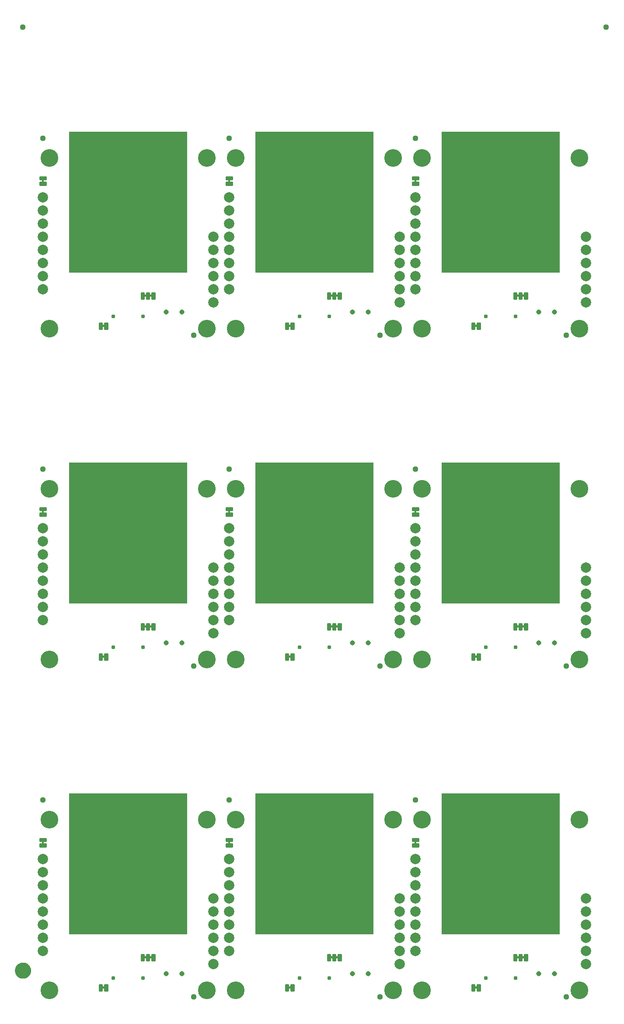
<source format=gbs>
G04 EAGLE Gerber RS-274X export*
G75*
%MOMM*%
%FSLAX34Y34*%
%LPD*%
%INSoldermask Bottom*%
%IPPOS*%
%AMOC8*
5,1,8,0,0,1.08239X$1,22.5*%
G01*
%ADD10R,22.860000X27.305000*%
%ADD11C,3.429000*%
%ADD12C,1.127000*%
%ADD13C,0.777000*%
%ADD14C,0.228344*%
%ADD15C,0.977000*%
%ADD16C,2.006600*%
%ADD17C,1.270000*%
%ADD18C,1.627000*%

G36*
X735395Y1588782D02*
X735395Y1588782D01*
X735461Y1588784D01*
X735504Y1588802D01*
X735551Y1588810D01*
X735608Y1588844D01*
X735668Y1588869D01*
X735703Y1588900D01*
X735744Y1588925D01*
X735786Y1588976D01*
X735834Y1589020D01*
X735856Y1589062D01*
X735885Y1589099D01*
X735906Y1589161D01*
X735937Y1589220D01*
X735945Y1589274D01*
X735957Y1589311D01*
X735956Y1589351D01*
X735964Y1589405D01*
X735964Y1593215D01*
X735953Y1593280D01*
X735951Y1593346D01*
X735933Y1593389D01*
X735925Y1593436D01*
X735891Y1593493D01*
X735866Y1593553D01*
X735835Y1593588D01*
X735810Y1593629D01*
X735759Y1593671D01*
X735715Y1593719D01*
X735673Y1593741D01*
X735636Y1593770D01*
X735574Y1593791D01*
X735515Y1593822D01*
X735461Y1593830D01*
X735424Y1593842D01*
X735384Y1593841D01*
X735330Y1593849D01*
X732790Y1593849D01*
X732725Y1593838D01*
X732659Y1593836D01*
X732616Y1593818D01*
X732569Y1593810D01*
X732512Y1593776D01*
X732452Y1593751D01*
X732417Y1593720D01*
X732376Y1593695D01*
X732335Y1593644D01*
X732286Y1593600D01*
X732264Y1593558D01*
X732235Y1593521D01*
X732214Y1593459D01*
X732183Y1593400D01*
X732175Y1593346D01*
X732163Y1593309D01*
X732163Y1593305D01*
X732163Y1593304D01*
X732164Y1593269D01*
X732156Y1593215D01*
X732156Y1589405D01*
X732167Y1589340D01*
X732169Y1589274D01*
X732187Y1589231D01*
X732195Y1589184D01*
X732229Y1589127D01*
X732254Y1589067D01*
X732285Y1589032D01*
X732310Y1588991D01*
X732361Y1588950D01*
X732405Y1588901D01*
X732447Y1588879D01*
X732484Y1588850D01*
X732546Y1588829D01*
X732605Y1588798D01*
X732659Y1588790D01*
X732696Y1588778D01*
X732736Y1588779D01*
X732790Y1588771D01*
X735330Y1588771D01*
X735395Y1588782D01*
G37*
G36*
X14035Y1588782D02*
X14035Y1588782D01*
X14101Y1588784D01*
X14144Y1588802D01*
X14191Y1588810D01*
X14248Y1588844D01*
X14308Y1588869D01*
X14343Y1588900D01*
X14384Y1588925D01*
X14426Y1588976D01*
X14474Y1589020D01*
X14496Y1589062D01*
X14525Y1589099D01*
X14546Y1589161D01*
X14577Y1589220D01*
X14585Y1589274D01*
X14597Y1589311D01*
X14596Y1589351D01*
X14604Y1589405D01*
X14604Y1593215D01*
X14593Y1593280D01*
X14591Y1593346D01*
X14573Y1593389D01*
X14565Y1593436D01*
X14531Y1593493D01*
X14506Y1593553D01*
X14475Y1593588D01*
X14450Y1593629D01*
X14399Y1593671D01*
X14355Y1593719D01*
X14313Y1593741D01*
X14276Y1593770D01*
X14214Y1593791D01*
X14155Y1593822D01*
X14101Y1593830D01*
X14064Y1593842D01*
X14024Y1593841D01*
X13970Y1593849D01*
X11430Y1593849D01*
X11365Y1593838D01*
X11299Y1593836D01*
X11256Y1593818D01*
X11209Y1593810D01*
X11152Y1593776D01*
X11092Y1593751D01*
X11057Y1593720D01*
X11016Y1593695D01*
X10975Y1593644D01*
X10926Y1593600D01*
X10904Y1593558D01*
X10875Y1593521D01*
X10854Y1593459D01*
X10823Y1593400D01*
X10815Y1593346D01*
X10803Y1593309D01*
X10803Y1593305D01*
X10803Y1593304D01*
X10804Y1593269D01*
X10796Y1593215D01*
X10796Y1589405D01*
X10807Y1589340D01*
X10809Y1589274D01*
X10827Y1589231D01*
X10835Y1589184D01*
X10869Y1589127D01*
X10894Y1589067D01*
X10925Y1589032D01*
X10950Y1588991D01*
X11001Y1588950D01*
X11045Y1588901D01*
X11087Y1588879D01*
X11124Y1588850D01*
X11186Y1588829D01*
X11245Y1588798D01*
X11299Y1588790D01*
X11336Y1588778D01*
X11376Y1588779D01*
X11430Y1588771D01*
X13970Y1588771D01*
X14035Y1588782D01*
G37*
G36*
X374715Y1588782D02*
X374715Y1588782D01*
X374781Y1588784D01*
X374824Y1588802D01*
X374871Y1588810D01*
X374928Y1588844D01*
X374988Y1588869D01*
X375023Y1588900D01*
X375064Y1588925D01*
X375106Y1588976D01*
X375154Y1589020D01*
X375176Y1589062D01*
X375205Y1589099D01*
X375226Y1589161D01*
X375257Y1589220D01*
X375265Y1589274D01*
X375277Y1589311D01*
X375276Y1589351D01*
X375284Y1589405D01*
X375284Y1593215D01*
X375273Y1593280D01*
X375271Y1593346D01*
X375253Y1593389D01*
X375245Y1593436D01*
X375211Y1593493D01*
X375186Y1593553D01*
X375155Y1593588D01*
X375130Y1593629D01*
X375079Y1593671D01*
X375035Y1593719D01*
X374993Y1593741D01*
X374956Y1593770D01*
X374894Y1593791D01*
X374835Y1593822D01*
X374781Y1593830D01*
X374744Y1593842D01*
X374704Y1593841D01*
X374650Y1593849D01*
X372110Y1593849D01*
X372045Y1593838D01*
X371979Y1593836D01*
X371936Y1593818D01*
X371889Y1593810D01*
X371832Y1593776D01*
X371772Y1593751D01*
X371737Y1593720D01*
X371696Y1593695D01*
X371655Y1593644D01*
X371606Y1593600D01*
X371584Y1593558D01*
X371555Y1593521D01*
X371534Y1593459D01*
X371503Y1593400D01*
X371495Y1593346D01*
X371483Y1593309D01*
X371483Y1593305D01*
X371483Y1593304D01*
X371484Y1593269D01*
X371476Y1593215D01*
X371476Y1589405D01*
X371487Y1589340D01*
X371489Y1589274D01*
X371507Y1589231D01*
X371515Y1589184D01*
X371549Y1589127D01*
X371574Y1589067D01*
X371605Y1589032D01*
X371630Y1588991D01*
X371681Y1588950D01*
X371725Y1588901D01*
X371767Y1588879D01*
X371804Y1588850D01*
X371866Y1588829D01*
X371925Y1588798D01*
X371979Y1588790D01*
X372016Y1588778D01*
X372056Y1588779D01*
X372110Y1588771D01*
X374650Y1588771D01*
X374715Y1588782D01*
G37*
G36*
X735395Y948702D02*
X735395Y948702D01*
X735461Y948704D01*
X735504Y948722D01*
X735551Y948730D01*
X735608Y948764D01*
X735668Y948789D01*
X735703Y948820D01*
X735744Y948845D01*
X735786Y948896D01*
X735834Y948940D01*
X735856Y948982D01*
X735885Y949019D01*
X735906Y949081D01*
X735937Y949140D01*
X735945Y949194D01*
X735957Y949231D01*
X735956Y949271D01*
X735964Y949325D01*
X735964Y953135D01*
X735953Y953200D01*
X735951Y953266D01*
X735933Y953309D01*
X735925Y953356D01*
X735891Y953413D01*
X735866Y953473D01*
X735835Y953508D01*
X735810Y953549D01*
X735759Y953591D01*
X735715Y953639D01*
X735673Y953661D01*
X735636Y953690D01*
X735574Y953711D01*
X735515Y953742D01*
X735461Y953750D01*
X735424Y953762D01*
X735384Y953761D01*
X735330Y953769D01*
X732790Y953769D01*
X732725Y953758D01*
X732659Y953756D01*
X732616Y953738D01*
X732569Y953730D01*
X732512Y953696D01*
X732452Y953671D01*
X732417Y953640D01*
X732376Y953615D01*
X732335Y953564D01*
X732286Y953520D01*
X732264Y953478D01*
X732235Y953441D01*
X732214Y953379D01*
X732183Y953320D01*
X732175Y953266D01*
X732163Y953229D01*
X732163Y953225D01*
X732163Y953224D01*
X732164Y953189D01*
X732156Y953135D01*
X732156Y949325D01*
X732167Y949260D01*
X732169Y949194D01*
X732187Y949151D01*
X732195Y949104D01*
X732229Y949047D01*
X732254Y948987D01*
X732285Y948952D01*
X732310Y948911D01*
X732361Y948870D01*
X732405Y948821D01*
X732447Y948799D01*
X732484Y948770D01*
X732546Y948749D01*
X732605Y948718D01*
X732659Y948710D01*
X732696Y948698D01*
X732736Y948699D01*
X732790Y948691D01*
X735330Y948691D01*
X735395Y948702D01*
G37*
G36*
X14035Y948702D02*
X14035Y948702D01*
X14101Y948704D01*
X14144Y948722D01*
X14191Y948730D01*
X14248Y948764D01*
X14308Y948789D01*
X14343Y948820D01*
X14384Y948845D01*
X14426Y948896D01*
X14474Y948940D01*
X14496Y948982D01*
X14525Y949019D01*
X14546Y949081D01*
X14577Y949140D01*
X14585Y949194D01*
X14597Y949231D01*
X14596Y949271D01*
X14604Y949325D01*
X14604Y953135D01*
X14593Y953200D01*
X14591Y953266D01*
X14573Y953309D01*
X14565Y953356D01*
X14531Y953413D01*
X14506Y953473D01*
X14475Y953508D01*
X14450Y953549D01*
X14399Y953591D01*
X14355Y953639D01*
X14313Y953661D01*
X14276Y953690D01*
X14214Y953711D01*
X14155Y953742D01*
X14101Y953750D01*
X14064Y953762D01*
X14024Y953761D01*
X13970Y953769D01*
X11430Y953769D01*
X11365Y953758D01*
X11299Y953756D01*
X11256Y953738D01*
X11209Y953730D01*
X11152Y953696D01*
X11092Y953671D01*
X11057Y953640D01*
X11016Y953615D01*
X10975Y953564D01*
X10926Y953520D01*
X10904Y953478D01*
X10875Y953441D01*
X10854Y953379D01*
X10823Y953320D01*
X10815Y953266D01*
X10803Y953229D01*
X10803Y953225D01*
X10803Y953224D01*
X10804Y953189D01*
X10796Y953135D01*
X10796Y949325D01*
X10807Y949260D01*
X10809Y949194D01*
X10827Y949151D01*
X10835Y949104D01*
X10869Y949047D01*
X10894Y948987D01*
X10925Y948952D01*
X10950Y948911D01*
X11001Y948870D01*
X11045Y948821D01*
X11087Y948799D01*
X11124Y948770D01*
X11186Y948749D01*
X11245Y948718D01*
X11299Y948710D01*
X11336Y948698D01*
X11376Y948699D01*
X11430Y948691D01*
X13970Y948691D01*
X14035Y948702D01*
G37*
G36*
X374715Y948702D02*
X374715Y948702D01*
X374781Y948704D01*
X374824Y948722D01*
X374871Y948730D01*
X374928Y948764D01*
X374988Y948789D01*
X375023Y948820D01*
X375064Y948845D01*
X375106Y948896D01*
X375154Y948940D01*
X375176Y948982D01*
X375205Y949019D01*
X375226Y949081D01*
X375257Y949140D01*
X375265Y949194D01*
X375277Y949231D01*
X375276Y949271D01*
X375284Y949325D01*
X375284Y953135D01*
X375273Y953200D01*
X375271Y953266D01*
X375253Y953309D01*
X375245Y953356D01*
X375211Y953413D01*
X375186Y953473D01*
X375155Y953508D01*
X375130Y953549D01*
X375079Y953591D01*
X375035Y953639D01*
X374993Y953661D01*
X374956Y953690D01*
X374894Y953711D01*
X374835Y953742D01*
X374781Y953750D01*
X374744Y953762D01*
X374704Y953761D01*
X374650Y953769D01*
X372110Y953769D01*
X372045Y953758D01*
X371979Y953756D01*
X371936Y953738D01*
X371889Y953730D01*
X371832Y953696D01*
X371772Y953671D01*
X371737Y953640D01*
X371696Y953615D01*
X371655Y953564D01*
X371606Y953520D01*
X371584Y953478D01*
X371555Y953441D01*
X371534Y953379D01*
X371503Y953320D01*
X371495Y953266D01*
X371483Y953229D01*
X371483Y953225D01*
X371483Y953224D01*
X371484Y953189D01*
X371476Y953135D01*
X371476Y949325D01*
X371487Y949260D01*
X371489Y949194D01*
X371507Y949151D01*
X371515Y949104D01*
X371549Y949047D01*
X371574Y948987D01*
X371605Y948952D01*
X371630Y948911D01*
X371681Y948870D01*
X371725Y948821D01*
X371767Y948799D01*
X371804Y948770D01*
X371866Y948749D01*
X371925Y948718D01*
X371979Y948710D01*
X372016Y948698D01*
X372056Y948699D01*
X372110Y948691D01*
X374650Y948691D01*
X374715Y948702D01*
G37*
G36*
X735395Y308622D02*
X735395Y308622D01*
X735461Y308624D01*
X735504Y308642D01*
X735551Y308650D01*
X735608Y308684D01*
X735668Y308709D01*
X735703Y308740D01*
X735744Y308765D01*
X735786Y308816D01*
X735834Y308860D01*
X735856Y308902D01*
X735885Y308939D01*
X735906Y309001D01*
X735937Y309060D01*
X735945Y309114D01*
X735957Y309151D01*
X735956Y309191D01*
X735964Y309245D01*
X735964Y313055D01*
X735953Y313120D01*
X735951Y313186D01*
X735933Y313229D01*
X735925Y313276D01*
X735891Y313333D01*
X735866Y313393D01*
X735835Y313428D01*
X735810Y313469D01*
X735759Y313511D01*
X735715Y313559D01*
X735673Y313581D01*
X735636Y313610D01*
X735574Y313631D01*
X735515Y313662D01*
X735461Y313670D01*
X735424Y313682D01*
X735384Y313681D01*
X735330Y313689D01*
X732790Y313689D01*
X732725Y313678D01*
X732659Y313676D01*
X732616Y313658D01*
X732569Y313650D01*
X732512Y313616D01*
X732452Y313591D01*
X732417Y313560D01*
X732376Y313535D01*
X732335Y313484D01*
X732286Y313440D01*
X732264Y313398D01*
X732235Y313361D01*
X732214Y313299D01*
X732183Y313240D01*
X732175Y313186D01*
X732163Y313149D01*
X732163Y313145D01*
X732163Y313144D01*
X732164Y313109D01*
X732156Y313055D01*
X732156Y309245D01*
X732167Y309180D01*
X732169Y309114D01*
X732187Y309071D01*
X732195Y309024D01*
X732229Y308967D01*
X732254Y308907D01*
X732285Y308872D01*
X732310Y308831D01*
X732361Y308790D01*
X732405Y308741D01*
X732447Y308719D01*
X732484Y308690D01*
X732546Y308669D01*
X732605Y308638D01*
X732659Y308630D01*
X732696Y308618D01*
X732736Y308619D01*
X732790Y308611D01*
X735330Y308611D01*
X735395Y308622D01*
G37*
G36*
X374715Y308622D02*
X374715Y308622D01*
X374781Y308624D01*
X374824Y308642D01*
X374871Y308650D01*
X374928Y308684D01*
X374988Y308709D01*
X375023Y308740D01*
X375064Y308765D01*
X375106Y308816D01*
X375154Y308860D01*
X375176Y308902D01*
X375205Y308939D01*
X375226Y309001D01*
X375257Y309060D01*
X375265Y309114D01*
X375277Y309151D01*
X375276Y309191D01*
X375284Y309245D01*
X375284Y313055D01*
X375273Y313120D01*
X375271Y313186D01*
X375253Y313229D01*
X375245Y313276D01*
X375211Y313333D01*
X375186Y313393D01*
X375155Y313428D01*
X375130Y313469D01*
X375079Y313511D01*
X375035Y313559D01*
X374993Y313581D01*
X374956Y313610D01*
X374894Y313631D01*
X374835Y313662D01*
X374781Y313670D01*
X374744Y313682D01*
X374704Y313681D01*
X374650Y313689D01*
X372110Y313689D01*
X372045Y313678D01*
X371979Y313676D01*
X371936Y313658D01*
X371889Y313650D01*
X371832Y313616D01*
X371772Y313591D01*
X371737Y313560D01*
X371696Y313535D01*
X371655Y313484D01*
X371606Y313440D01*
X371584Y313398D01*
X371555Y313361D01*
X371534Y313299D01*
X371503Y313240D01*
X371495Y313186D01*
X371483Y313149D01*
X371483Y313145D01*
X371483Y313144D01*
X371484Y313109D01*
X371476Y313055D01*
X371476Y309245D01*
X371487Y309180D01*
X371489Y309114D01*
X371507Y309071D01*
X371515Y309024D01*
X371549Y308967D01*
X371574Y308907D01*
X371605Y308872D01*
X371630Y308831D01*
X371681Y308790D01*
X371725Y308741D01*
X371767Y308719D01*
X371804Y308690D01*
X371866Y308669D01*
X371925Y308638D01*
X371979Y308630D01*
X372016Y308618D01*
X372056Y308619D01*
X372110Y308611D01*
X374650Y308611D01*
X374715Y308622D01*
G37*
G36*
X14035Y308622D02*
X14035Y308622D01*
X14101Y308624D01*
X14144Y308642D01*
X14191Y308650D01*
X14248Y308684D01*
X14308Y308709D01*
X14343Y308740D01*
X14384Y308765D01*
X14426Y308816D01*
X14474Y308860D01*
X14496Y308902D01*
X14525Y308939D01*
X14546Y309001D01*
X14577Y309060D01*
X14585Y309114D01*
X14597Y309151D01*
X14596Y309191D01*
X14604Y309245D01*
X14604Y313055D01*
X14593Y313120D01*
X14591Y313186D01*
X14573Y313229D01*
X14565Y313276D01*
X14531Y313333D01*
X14506Y313393D01*
X14475Y313428D01*
X14450Y313469D01*
X14399Y313511D01*
X14355Y313559D01*
X14313Y313581D01*
X14276Y313610D01*
X14214Y313631D01*
X14155Y313662D01*
X14101Y313670D01*
X14064Y313682D01*
X14024Y313681D01*
X13970Y313689D01*
X11430Y313689D01*
X11365Y313678D01*
X11299Y313676D01*
X11256Y313658D01*
X11209Y313650D01*
X11152Y313616D01*
X11092Y313591D01*
X11057Y313560D01*
X11016Y313535D01*
X10975Y313484D01*
X10926Y313440D01*
X10904Y313398D01*
X10875Y313361D01*
X10854Y313299D01*
X10823Y313240D01*
X10815Y313186D01*
X10803Y313149D01*
X10803Y313145D01*
X10803Y313144D01*
X10804Y313109D01*
X10796Y313055D01*
X10796Y309245D01*
X10807Y309180D01*
X10809Y309114D01*
X10827Y309071D01*
X10835Y309024D01*
X10869Y308967D01*
X10894Y308907D01*
X10925Y308872D01*
X10950Y308831D01*
X11001Y308790D01*
X11045Y308741D01*
X11087Y308719D01*
X11124Y308690D01*
X11186Y308669D01*
X11245Y308638D01*
X11299Y308630D01*
X11336Y308618D01*
X11376Y308619D01*
X11430Y308611D01*
X13970Y308611D01*
X14035Y308622D01*
G37*
G36*
X492190Y668667D02*
X492190Y668667D01*
X492256Y668669D01*
X492299Y668687D01*
X492346Y668695D01*
X492403Y668729D01*
X492463Y668754D01*
X492498Y668785D01*
X492539Y668810D01*
X492581Y668861D01*
X492629Y668905D01*
X492651Y668947D01*
X492680Y668984D01*
X492701Y669046D01*
X492732Y669105D01*
X492740Y669159D01*
X492752Y669196D01*
X492751Y669236D01*
X492759Y669290D01*
X492759Y671830D01*
X492748Y671895D01*
X492746Y671961D01*
X492728Y672004D01*
X492720Y672051D01*
X492686Y672108D01*
X492661Y672168D01*
X492630Y672203D01*
X492605Y672244D01*
X492554Y672286D01*
X492510Y672334D01*
X492468Y672356D01*
X492431Y672385D01*
X492369Y672406D01*
X492310Y672437D01*
X492256Y672445D01*
X492219Y672457D01*
X492179Y672456D01*
X492125Y672464D01*
X488315Y672464D01*
X488250Y672453D01*
X488184Y672451D01*
X488141Y672433D01*
X488094Y672425D01*
X488037Y672391D01*
X487977Y672366D01*
X487942Y672335D01*
X487901Y672310D01*
X487860Y672259D01*
X487811Y672215D01*
X487789Y672173D01*
X487760Y672136D01*
X487739Y672074D01*
X487708Y672015D01*
X487700Y671961D01*
X487688Y671924D01*
X487688Y671921D01*
X487689Y671884D01*
X487681Y671830D01*
X487681Y669290D01*
X487692Y669225D01*
X487694Y669159D01*
X487712Y669116D01*
X487720Y669069D01*
X487754Y669012D01*
X487779Y668952D01*
X487810Y668917D01*
X487835Y668876D01*
X487886Y668835D01*
X487930Y668786D01*
X487972Y668764D01*
X488009Y668735D01*
X488071Y668714D01*
X488130Y668683D01*
X488184Y668675D01*
X488221Y668663D01*
X488261Y668664D01*
X488315Y668656D01*
X492125Y668656D01*
X492190Y668667D01*
G37*
G36*
X852870Y668667D02*
X852870Y668667D01*
X852936Y668669D01*
X852979Y668687D01*
X853026Y668695D01*
X853083Y668729D01*
X853143Y668754D01*
X853178Y668785D01*
X853219Y668810D01*
X853261Y668861D01*
X853309Y668905D01*
X853331Y668947D01*
X853360Y668984D01*
X853381Y669046D01*
X853412Y669105D01*
X853420Y669159D01*
X853432Y669196D01*
X853431Y669236D01*
X853439Y669290D01*
X853439Y671830D01*
X853428Y671895D01*
X853426Y671961D01*
X853408Y672004D01*
X853400Y672051D01*
X853366Y672108D01*
X853341Y672168D01*
X853310Y672203D01*
X853285Y672244D01*
X853234Y672286D01*
X853190Y672334D01*
X853148Y672356D01*
X853111Y672385D01*
X853049Y672406D01*
X852990Y672437D01*
X852936Y672445D01*
X852899Y672457D01*
X852859Y672456D01*
X852805Y672464D01*
X848995Y672464D01*
X848930Y672453D01*
X848864Y672451D01*
X848821Y672433D01*
X848774Y672425D01*
X848717Y672391D01*
X848657Y672366D01*
X848622Y672335D01*
X848581Y672310D01*
X848540Y672259D01*
X848491Y672215D01*
X848469Y672173D01*
X848440Y672136D01*
X848419Y672074D01*
X848388Y672015D01*
X848380Y671961D01*
X848368Y671924D01*
X848368Y671921D01*
X848369Y671884D01*
X848361Y671830D01*
X848361Y669290D01*
X848372Y669225D01*
X848374Y669159D01*
X848392Y669116D01*
X848400Y669069D01*
X848434Y669012D01*
X848459Y668952D01*
X848490Y668917D01*
X848515Y668876D01*
X848566Y668835D01*
X848610Y668786D01*
X848652Y668764D01*
X848689Y668735D01*
X848751Y668714D01*
X848810Y668683D01*
X848864Y668675D01*
X848901Y668663D01*
X848941Y668664D01*
X848995Y668656D01*
X852805Y668656D01*
X852870Y668667D01*
G37*
G36*
X131510Y668667D02*
X131510Y668667D01*
X131576Y668669D01*
X131619Y668687D01*
X131666Y668695D01*
X131723Y668729D01*
X131783Y668754D01*
X131818Y668785D01*
X131859Y668810D01*
X131901Y668861D01*
X131949Y668905D01*
X131971Y668947D01*
X132000Y668984D01*
X132021Y669046D01*
X132052Y669105D01*
X132060Y669159D01*
X132072Y669196D01*
X132071Y669236D01*
X132079Y669290D01*
X132079Y671830D01*
X132068Y671895D01*
X132066Y671961D01*
X132048Y672004D01*
X132040Y672051D01*
X132006Y672108D01*
X131981Y672168D01*
X131950Y672203D01*
X131925Y672244D01*
X131874Y672286D01*
X131830Y672334D01*
X131788Y672356D01*
X131751Y672385D01*
X131689Y672406D01*
X131630Y672437D01*
X131576Y672445D01*
X131539Y672457D01*
X131499Y672456D01*
X131445Y672464D01*
X127635Y672464D01*
X127570Y672453D01*
X127504Y672451D01*
X127461Y672433D01*
X127414Y672425D01*
X127357Y672391D01*
X127297Y672366D01*
X127262Y672335D01*
X127221Y672310D01*
X127180Y672259D01*
X127131Y672215D01*
X127109Y672173D01*
X127080Y672136D01*
X127059Y672074D01*
X127028Y672015D01*
X127020Y671961D01*
X127008Y671924D01*
X127008Y671921D01*
X127009Y671884D01*
X127001Y671830D01*
X127001Y669290D01*
X127012Y669225D01*
X127014Y669159D01*
X127032Y669116D01*
X127040Y669069D01*
X127074Y669012D01*
X127099Y668952D01*
X127130Y668917D01*
X127155Y668876D01*
X127206Y668835D01*
X127250Y668786D01*
X127292Y668764D01*
X127329Y668735D01*
X127391Y668714D01*
X127450Y668683D01*
X127504Y668675D01*
X127541Y668663D01*
X127581Y668664D01*
X127635Y668656D01*
X131445Y668656D01*
X131510Y668667D01*
G37*
G36*
X852870Y1308747D02*
X852870Y1308747D01*
X852936Y1308749D01*
X852979Y1308767D01*
X853026Y1308775D01*
X853083Y1308809D01*
X853143Y1308834D01*
X853178Y1308865D01*
X853219Y1308890D01*
X853261Y1308941D01*
X853309Y1308985D01*
X853331Y1309027D01*
X853360Y1309064D01*
X853381Y1309126D01*
X853412Y1309185D01*
X853420Y1309239D01*
X853432Y1309276D01*
X853431Y1309316D01*
X853439Y1309370D01*
X853439Y1311910D01*
X853428Y1311975D01*
X853426Y1312041D01*
X853408Y1312084D01*
X853400Y1312131D01*
X853366Y1312188D01*
X853341Y1312248D01*
X853310Y1312283D01*
X853285Y1312324D01*
X853234Y1312366D01*
X853190Y1312414D01*
X853148Y1312436D01*
X853111Y1312465D01*
X853049Y1312486D01*
X852990Y1312517D01*
X852936Y1312525D01*
X852899Y1312537D01*
X852859Y1312536D01*
X852805Y1312544D01*
X848995Y1312544D01*
X848930Y1312533D01*
X848864Y1312531D01*
X848821Y1312513D01*
X848774Y1312505D01*
X848717Y1312471D01*
X848657Y1312446D01*
X848622Y1312415D01*
X848581Y1312390D01*
X848540Y1312339D01*
X848491Y1312295D01*
X848469Y1312253D01*
X848440Y1312216D01*
X848419Y1312154D01*
X848388Y1312095D01*
X848380Y1312041D01*
X848368Y1312004D01*
X848368Y1312001D01*
X848369Y1311964D01*
X848361Y1311910D01*
X848361Y1309370D01*
X848372Y1309305D01*
X848374Y1309239D01*
X848392Y1309196D01*
X848400Y1309149D01*
X848434Y1309092D01*
X848459Y1309032D01*
X848490Y1308997D01*
X848515Y1308956D01*
X848566Y1308915D01*
X848610Y1308866D01*
X848652Y1308844D01*
X848689Y1308815D01*
X848751Y1308794D01*
X848810Y1308763D01*
X848864Y1308755D01*
X848901Y1308743D01*
X848941Y1308744D01*
X848995Y1308736D01*
X852805Y1308736D01*
X852870Y1308747D01*
G37*
G36*
X131510Y1308747D02*
X131510Y1308747D01*
X131576Y1308749D01*
X131619Y1308767D01*
X131666Y1308775D01*
X131723Y1308809D01*
X131783Y1308834D01*
X131818Y1308865D01*
X131859Y1308890D01*
X131901Y1308941D01*
X131949Y1308985D01*
X131971Y1309027D01*
X132000Y1309064D01*
X132021Y1309126D01*
X132052Y1309185D01*
X132060Y1309239D01*
X132072Y1309276D01*
X132071Y1309316D01*
X132079Y1309370D01*
X132079Y1311910D01*
X132068Y1311975D01*
X132066Y1312041D01*
X132048Y1312084D01*
X132040Y1312131D01*
X132006Y1312188D01*
X131981Y1312248D01*
X131950Y1312283D01*
X131925Y1312324D01*
X131874Y1312366D01*
X131830Y1312414D01*
X131788Y1312436D01*
X131751Y1312465D01*
X131689Y1312486D01*
X131630Y1312517D01*
X131576Y1312525D01*
X131539Y1312537D01*
X131499Y1312536D01*
X131445Y1312544D01*
X127635Y1312544D01*
X127570Y1312533D01*
X127504Y1312531D01*
X127461Y1312513D01*
X127414Y1312505D01*
X127357Y1312471D01*
X127297Y1312446D01*
X127262Y1312415D01*
X127221Y1312390D01*
X127180Y1312339D01*
X127131Y1312295D01*
X127109Y1312253D01*
X127080Y1312216D01*
X127059Y1312154D01*
X127028Y1312095D01*
X127020Y1312041D01*
X127008Y1312004D01*
X127008Y1312001D01*
X127009Y1311964D01*
X127001Y1311910D01*
X127001Y1309370D01*
X127012Y1309305D01*
X127014Y1309239D01*
X127032Y1309196D01*
X127040Y1309149D01*
X127074Y1309092D01*
X127099Y1309032D01*
X127130Y1308997D01*
X127155Y1308956D01*
X127206Y1308915D01*
X127250Y1308866D01*
X127292Y1308844D01*
X127329Y1308815D01*
X127391Y1308794D01*
X127450Y1308763D01*
X127504Y1308755D01*
X127541Y1308743D01*
X127581Y1308744D01*
X127635Y1308736D01*
X131445Y1308736D01*
X131510Y1308747D01*
G37*
G36*
X492190Y1308747D02*
X492190Y1308747D01*
X492256Y1308749D01*
X492299Y1308767D01*
X492346Y1308775D01*
X492403Y1308809D01*
X492463Y1308834D01*
X492498Y1308865D01*
X492539Y1308890D01*
X492581Y1308941D01*
X492629Y1308985D01*
X492651Y1309027D01*
X492680Y1309064D01*
X492701Y1309126D01*
X492732Y1309185D01*
X492740Y1309239D01*
X492752Y1309276D01*
X492751Y1309316D01*
X492759Y1309370D01*
X492759Y1311910D01*
X492748Y1311975D01*
X492746Y1312041D01*
X492728Y1312084D01*
X492720Y1312131D01*
X492686Y1312188D01*
X492661Y1312248D01*
X492630Y1312283D01*
X492605Y1312324D01*
X492554Y1312366D01*
X492510Y1312414D01*
X492468Y1312436D01*
X492431Y1312465D01*
X492369Y1312486D01*
X492310Y1312517D01*
X492256Y1312525D01*
X492219Y1312537D01*
X492179Y1312536D01*
X492125Y1312544D01*
X488315Y1312544D01*
X488250Y1312533D01*
X488184Y1312531D01*
X488141Y1312513D01*
X488094Y1312505D01*
X488037Y1312471D01*
X487977Y1312446D01*
X487942Y1312415D01*
X487901Y1312390D01*
X487860Y1312339D01*
X487811Y1312295D01*
X487789Y1312253D01*
X487760Y1312216D01*
X487739Y1312154D01*
X487708Y1312095D01*
X487700Y1312041D01*
X487688Y1312004D01*
X487688Y1312001D01*
X487689Y1311964D01*
X487681Y1311910D01*
X487681Y1309370D01*
X487692Y1309305D01*
X487694Y1309239D01*
X487712Y1309196D01*
X487720Y1309149D01*
X487754Y1309092D01*
X487779Y1309032D01*
X487810Y1308997D01*
X487835Y1308956D01*
X487886Y1308915D01*
X487930Y1308866D01*
X487972Y1308844D01*
X488009Y1308815D01*
X488071Y1308794D01*
X488130Y1308763D01*
X488184Y1308755D01*
X488221Y1308743D01*
X488261Y1308744D01*
X488315Y1308736D01*
X492125Y1308736D01*
X492190Y1308747D01*
G37*
G36*
X573470Y727087D02*
X573470Y727087D01*
X573536Y727089D01*
X573579Y727107D01*
X573626Y727115D01*
X573683Y727149D01*
X573743Y727174D01*
X573778Y727205D01*
X573819Y727230D01*
X573861Y727281D01*
X573909Y727325D01*
X573931Y727367D01*
X573960Y727404D01*
X573981Y727466D01*
X574012Y727525D01*
X574020Y727579D01*
X574032Y727616D01*
X574031Y727656D01*
X574039Y727710D01*
X574039Y730250D01*
X574028Y730315D01*
X574026Y730381D01*
X574008Y730424D01*
X574000Y730471D01*
X573966Y730528D01*
X573941Y730588D01*
X573910Y730623D01*
X573885Y730664D01*
X573834Y730706D01*
X573790Y730754D01*
X573748Y730776D01*
X573711Y730805D01*
X573649Y730826D01*
X573590Y730857D01*
X573536Y730865D01*
X573499Y730877D01*
X573459Y730876D01*
X573405Y730884D01*
X569595Y730884D01*
X569530Y730873D01*
X569464Y730871D01*
X569421Y730853D01*
X569374Y730845D01*
X569317Y730811D01*
X569257Y730786D01*
X569222Y730755D01*
X569181Y730730D01*
X569140Y730679D01*
X569091Y730635D01*
X569069Y730593D01*
X569040Y730556D01*
X569019Y730494D01*
X568988Y730435D01*
X568980Y730381D01*
X568968Y730344D01*
X568968Y730341D01*
X568969Y730304D01*
X568961Y730250D01*
X568961Y727710D01*
X568972Y727645D01*
X568974Y727579D01*
X568992Y727536D01*
X569000Y727489D01*
X569034Y727432D01*
X569059Y727372D01*
X569090Y727337D01*
X569115Y727296D01*
X569166Y727255D01*
X569210Y727206D01*
X569252Y727184D01*
X569289Y727155D01*
X569351Y727134D01*
X569410Y727103D01*
X569464Y727095D01*
X569501Y727083D01*
X569541Y727084D01*
X569595Y727076D01*
X573405Y727076D01*
X573470Y727087D01*
G37*
G36*
X222950Y727087D02*
X222950Y727087D01*
X223016Y727089D01*
X223059Y727107D01*
X223106Y727115D01*
X223163Y727149D01*
X223223Y727174D01*
X223258Y727205D01*
X223299Y727230D01*
X223341Y727281D01*
X223389Y727325D01*
X223411Y727367D01*
X223440Y727404D01*
X223461Y727466D01*
X223492Y727525D01*
X223500Y727579D01*
X223512Y727616D01*
X223511Y727656D01*
X223519Y727710D01*
X223519Y730250D01*
X223508Y730315D01*
X223506Y730381D01*
X223488Y730424D01*
X223480Y730471D01*
X223446Y730528D01*
X223421Y730588D01*
X223390Y730623D01*
X223365Y730664D01*
X223314Y730706D01*
X223270Y730754D01*
X223228Y730776D01*
X223191Y730805D01*
X223129Y730826D01*
X223070Y730857D01*
X223016Y730865D01*
X222979Y730877D01*
X222939Y730876D01*
X222885Y730884D01*
X219075Y730884D01*
X219010Y730873D01*
X218944Y730871D01*
X218901Y730853D01*
X218854Y730845D01*
X218797Y730811D01*
X218737Y730786D01*
X218702Y730755D01*
X218661Y730730D01*
X218620Y730679D01*
X218571Y730635D01*
X218549Y730593D01*
X218520Y730556D01*
X218499Y730494D01*
X218468Y730435D01*
X218460Y730381D01*
X218448Y730344D01*
X218448Y730341D01*
X218449Y730304D01*
X218441Y730250D01*
X218441Y727710D01*
X218452Y727645D01*
X218454Y727579D01*
X218472Y727536D01*
X218480Y727489D01*
X218514Y727432D01*
X218539Y727372D01*
X218570Y727337D01*
X218595Y727296D01*
X218646Y727255D01*
X218690Y727206D01*
X218732Y727184D01*
X218769Y727155D01*
X218831Y727134D01*
X218890Y727103D01*
X218944Y727095D01*
X218981Y727083D01*
X219021Y727084D01*
X219075Y727076D01*
X222885Y727076D01*
X222950Y727087D01*
G37*
G36*
X583630Y727087D02*
X583630Y727087D01*
X583696Y727089D01*
X583739Y727107D01*
X583786Y727115D01*
X583843Y727149D01*
X583903Y727174D01*
X583938Y727205D01*
X583979Y727230D01*
X584021Y727281D01*
X584069Y727325D01*
X584091Y727367D01*
X584120Y727404D01*
X584141Y727466D01*
X584172Y727525D01*
X584180Y727579D01*
X584192Y727616D01*
X584191Y727656D01*
X584199Y727710D01*
X584199Y730250D01*
X584188Y730315D01*
X584186Y730381D01*
X584168Y730424D01*
X584160Y730471D01*
X584126Y730528D01*
X584101Y730588D01*
X584070Y730623D01*
X584045Y730664D01*
X583994Y730706D01*
X583950Y730754D01*
X583908Y730776D01*
X583871Y730805D01*
X583809Y730826D01*
X583750Y730857D01*
X583696Y730865D01*
X583659Y730877D01*
X583619Y730876D01*
X583565Y730884D01*
X579755Y730884D01*
X579690Y730873D01*
X579624Y730871D01*
X579581Y730853D01*
X579534Y730845D01*
X579477Y730811D01*
X579417Y730786D01*
X579382Y730755D01*
X579341Y730730D01*
X579300Y730679D01*
X579251Y730635D01*
X579229Y730593D01*
X579200Y730556D01*
X579179Y730494D01*
X579148Y730435D01*
X579140Y730381D01*
X579128Y730344D01*
X579128Y730341D01*
X579129Y730304D01*
X579121Y730250D01*
X579121Y727710D01*
X579132Y727645D01*
X579134Y727579D01*
X579152Y727536D01*
X579160Y727489D01*
X579194Y727432D01*
X579219Y727372D01*
X579250Y727337D01*
X579275Y727296D01*
X579326Y727255D01*
X579370Y727206D01*
X579412Y727184D01*
X579449Y727155D01*
X579511Y727134D01*
X579570Y727103D01*
X579624Y727095D01*
X579661Y727083D01*
X579701Y727084D01*
X579755Y727076D01*
X583565Y727076D01*
X583630Y727087D01*
G37*
G36*
X934150Y727087D02*
X934150Y727087D01*
X934216Y727089D01*
X934259Y727107D01*
X934306Y727115D01*
X934363Y727149D01*
X934423Y727174D01*
X934458Y727205D01*
X934499Y727230D01*
X934541Y727281D01*
X934589Y727325D01*
X934611Y727367D01*
X934640Y727404D01*
X934661Y727466D01*
X934692Y727525D01*
X934700Y727579D01*
X934712Y727616D01*
X934711Y727656D01*
X934719Y727710D01*
X934719Y730250D01*
X934708Y730315D01*
X934706Y730381D01*
X934688Y730424D01*
X934680Y730471D01*
X934646Y730528D01*
X934621Y730588D01*
X934590Y730623D01*
X934565Y730664D01*
X934514Y730706D01*
X934470Y730754D01*
X934428Y730776D01*
X934391Y730805D01*
X934329Y730826D01*
X934270Y730857D01*
X934216Y730865D01*
X934179Y730877D01*
X934139Y730876D01*
X934085Y730884D01*
X930275Y730884D01*
X930210Y730873D01*
X930144Y730871D01*
X930101Y730853D01*
X930054Y730845D01*
X929997Y730811D01*
X929937Y730786D01*
X929902Y730755D01*
X929861Y730730D01*
X929820Y730679D01*
X929771Y730635D01*
X929749Y730593D01*
X929720Y730556D01*
X929699Y730494D01*
X929668Y730435D01*
X929660Y730381D01*
X929648Y730344D01*
X929648Y730341D01*
X929649Y730304D01*
X929641Y730250D01*
X929641Y727710D01*
X929652Y727645D01*
X929654Y727579D01*
X929672Y727536D01*
X929680Y727489D01*
X929714Y727432D01*
X929739Y727372D01*
X929770Y727337D01*
X929795Y727296D01*
X929846Y727255D01*
X929890Y727206D01*
X929932Y727184D01*
X929969Y727155D01*
X930031Y727134D01*
X930090Y727103D01*
X930144Y727095D01*
X930181Y727083D01*
X930221Y727084D01*
X930275Y727076D01*
X934085Y727076D01*
X934150Y727087D01*
G37*
G36*
X212790Y727087D02*
X212790Y727087D01*
X212856Y727089D01*
X212899Y727107D01*
X212946Y727115D01*
X213003Y727149D01*
X213063Y727174D01*
X213098Y727205D01*
X213139Y727230D01*
X213181Y727281D01*
X213229Y727325D01*
X213251Y727367D01*
X213280Y727404D01*
X213301Y727466D01*
X213332Y727525D01*
X213340Y727579D01*
X213352Y727616D01*
X213351Y727656D01*
X213359Y727710D01*
X213359Y730250D01*
X213348Y730315D01*
X213346Y730381D01*
X213328Y730424D01*
X213320Y730471D01*
X213286Y730528D01*
X213261Y730588D01*
X213230Y730623D01*
X213205Y730664D01*
X213154Y730706D01*
X213110Y730754D01*
X213068Y730776D01*
X213031Y730805D01*
X212969Y730826D01*
X212910Y730857D01*
X212856Y730865D01*
X212819Y730877D01*
X212779Y730876D01*
X212725Y730884D01*
X208915Y730884D01*
X208850Y730873D01*
X208784Y730871D01*
X208741Y730853D01*
X208694Y730845D01*
X208637Y730811D01*
X208577Y730786D01*
X208542Y730755D01*
X208501Y730730D01*
X208460Y730679D01*
X208411Y730635D01*
X208389Y730593D01*
X208360Y730556D01*
X208339Y730494D01*
X208308Y730435D01*
X208300Y730381D01*
X208288Y730344D01*
X208288Y730341D01*
X208289Y730304D01*
X208281Y730250D01*
X208281Y727710D01*
X208292Y727645D01*
X208294Y727579D01*
X208312Y727536D01*
X208320Y727489D01*
X208354Y727432D01*
X208379Y727372D01*
X208410Y727337D01*
X208435Y727296D01*
X208486Y727255D01*
X208530Y727206D01*
X208572Y727184D01*
X208609Y727155D01*
X208671Y727134D01*
X208730Y727103D01*
X208784Y727095D01*
X208821Y727083D01*
X208861Y727084D01*
X208915Y727076D01*
X212725Y727076D01*
X212790Y727087D01*
G37*
G36*
X944310Y727087D02*
X944310Y727087D01*
X944376Y727089D01*
X944419Y727107D01*
X944466Y727115D01*
X944523Y727149D01*
X944583Y727174D01*
X944618Y727205D01*
X944659Y727230D01*
X944701Y727281D01*
X944749Y727325D01*
X944771Y727367D01*
X944800Y727404D01*
X944821Y727466D01*
X944852Y727525D01*
X944860Y727579D01*
X944872Y727616D01*
X944871Y727656D01*
X944879Y727710D01*
X944879Y730250D01*
X944868Y730315D01*
X944866Y730381D01*
X944848Y730424D01*
X944840Y730471D01*
X944806Y730528D01*
X944781Y730588D01*
X944750Y730623D01*
X944725Y730664D01*
X944674Y730706D01*
X944630Y730754D01*
X944588Y730776D01*
X944551Y730805D01*
X944489Y730826D01*
X944430Y730857D01*
X944376Y730865D01*
X944339Y730877D01*
X944299Y730876D01*
X944245Y730884D01*
X940435Y730884D01*
X940370Y730873D01*
X940304Y730871D01*
X940261Y730853D01*
X940214Y730845D01*
X940157Y730811D01*
X940097Y730786D01*
X940062Y730755D01*
X940021Y730730D01*
X939980Y730679D01*
X939931Y730635D01*
X939909Y730593D01*
X939880Y730556D01*
X939859Y730494D01*
X939828Y730435D01*
X939820Y730381D01*
X939808Y730344D01*
X939808Y730341D01*
X939809Y730304D01*
X939801Y730250D01*
X939801Y727710D01*
X939812Y727645D01*
X939814Y727579D01*
X939832Y727536D01*
X939840Y727489D01*
X939874Y727432D01*
X939899Y727372D01*
X939930Y727337D01*
X939955Y727296D01*
X940006Y727255D01*
X940050Y727206D01*
X940092Y727184D01*
X940129Y727155D01*
X940191Y727134D01*
X940250Y727103D01*
X940304Y727095D01*
X940341Y727083D01*
X940381Y727084D01*
X940435Y727076D01*
X944245Y727076D01*
X944310Y727087D01*
G37*
G36*
X583630Y1367167D02*
X583630Y1367167D01*
X583696Y1367169D01*
X583739Y1367187D01*
X583786Y1367195D01*
X583843Y1367229D01*
X583903Y1367254D01*
X583938Y1367285D01*
X583979Y1367310D01*
X584021Y1367361D01*
X584069Y1367405D01*
X584091Y1367447D01*
X584120Y1367484D01*
X584141Y1367546D01*
X584172Y1367605D01*
X584180Y1367659D01*
X584192Y1367696D01*
X584191Y1367736D01*
X584199Y1367790D01*
X584199Y1370330D01*
X584188Y1370395D01*
X584186Y1370461D01*
X584168Y1370504D01*
X584160Y1370551D01*
X584126Y1370608D01*
X584101Y1370668D01*
X584070Y1370703D01*
X584045Y1370744D01*
X583994Y1370786D01*
X583950Y1370834D01*
X583908Y1370856D01*
X583871Y1370885D01*
X583809Y1370906D01*
X583750Y1370937D01*
X583696Y1370945D01*
X583659Y1370957D01*
X583619Y1370956D01*
X583565Y1370964D01*
X579755Y1370964D01*
X579690Y1370953D01*
X579624Y1370951D01*
X579581Y1370933D01*
X579534Y1370925D01*
X579477Y1370891D01*
X579417Y1370866D01*
X579382Y1370835D01*
X579341Y1370810D01*
X579300Y1370759D01*
X579251Y1370715D01*
X579229Y1370673D01*
X579200Y1370636D01*
X579179Y1370574D01*
X579148Y1370515D01*
X579140Y1370461D01*
X579128Y1370424D01*
X579128Y1370421D01*
X579129Y1370384D01*
X579121Y1370330D01*
X579121Y1367790D01*
X579132Y1367725D01*
X579134Y1367659D01*
X579152Y1367616D01*
X579160Y1367569D01*
X579194Y1367512D01*
X579219Y1367452D01*
X579250Y1367417D01*
X579275Y1367376D01*
X579326Y1367335D01*
X579370Y1367286D01*
X579412Y1367264D01*
X579449Y1367235D01*
X579511Y1367214D01*
X579570Y1367183D01*
X579624Y1367175D01*
X579661Y1367163D01*
X579701Y1367164D01*
X579755Y1367156D01*
X583565Y1367156D01*
X583630Y1367167D01*
G37*
G36*
X934150Y1367167D02*
X934150Y1367167D01*
X934216Y1367169D01*
X934259Y1367187D01*
X934306Y1367195D01*
X934363Y1367229D01*
X934423Y1367254D01*
X934458Y1367285D01*
X934499Y1367310D01*
X934541Y1367361D01*
X934589Y1367405D01*
X934611Y1367447D01*
X934640Y1367484D01*
X934661Y1367546D01*
X934692Y1367605D01*
X934700Y1367659D01*
X934712Y1367696D01*
X934711Y1367736D01*
X934719Y1367790D01*
X934719Y1370330D01*
X934708Y1370395D01*
X934706Y1370461D01*
X934688Y1370504D01*
X934680Y1370551D01*
X934646Y1370608D01*
X934621Y1370668D01*
X934590Y1370703D01*
X934565Y1370744D01*
X934514Y1370786D01*
X934470Y1370834D01*
X934428Y1370856D01*
X934391Y1370885D01*
X934329Y1370906D01*
X934270Y1370937D01*
X934216Y1370945D01*
X934179Y1370957D01*
X934139Y1370956D01*
X934085Y1370964D01*
X930275Y1370964D01*
X930210Y1370953D01*
X930144Y1370951D01*
X930101Y1370933D01*
X930054Y1370925D01*
X929997Y1370891D01*
X929937Y1370866D01*
X929902Y1370835D01*
X929861Y1370810D01*
X929820Y1370759D01*
X929771Y1370715D01*
X929749Y1370673D01*
X929720Y1370636D01*
X929699Y1370574D01*
X929668Y1370515D01*
X929660Y1370461D01*
X929648Y1370424D01*
X929648Y1370421D01*
X929649Y1370384D01*
X929641Y1370330D01*
X929641Y1367790D01*
X929652Y1367725D01*
X929654Y1367659D01*
X929672Y1367616D01*
X929680Y1367569D01*
X929714Y1367512D01*
X929739Y1367452D01*
X929770Y1367417D01*
X929795Y1367376D01*
X929846Y1367335D01*
X929890Y1367286D01*
X929932Y1367264D01*
X929969Y1367235D01*
X930031Y1367214D01*
X930090Y1367183D01*
X930144Y1367175D01*
X930181Y1367163D01*
X930221Y1367164D01*
X930275Y1367156D01*
X934085Y1367156D01*
X934150Y1367167D01*
G37*
G36*
X212790Y1367167D02*
X212790Y1367167D01*
X212856Y1367169D01*
X212899Y1367187D01*
X212946Y1367195D01*
X213003Y1367229D01*
X213063Y1367254D01*
X213098Y1367285D01*
X213139Y1367310D01*
X213181Y1367361D01*
X213229Y1367405D01*
X213251Y1367447D01*
X213280Y1367484D01*
X213301Y1367546D01*
X213332Y1367605D01*
X213340Y1367659D01*
X213352Y1367696D01*
X213351Y1367736D01*
X213359Y1367790D01*
X213359Y1370330D01*
X213348Y1370395D01*
X213346Y1370461D01*
X213328Y1370504D01*
X213320Y1370551D01*
X213286Y1370608D01*
X213261Y1370668D01*
X213230Y1370703D01*
X213205Y1370744D01*
X213154Y1370786D01*
X213110Y1370834D01*
X213068Y1370856D01*
X213031Y1370885D01*
X212969Y1370906D01*
X212910Y1370937D01*
X212856Y1370945D01*
X212819Y1370957D01*
X212779Y1370956D01*
X212725Y1370964D01*
X208915Y1370964D01*
X208850Y1370953D01*
X208784Y1370951D01*
X208741Y1370933D01*
X208694Y1370925D01*
X208637Y1370891D01*
X208577Y1370866D01*
X208542Y1370835D01*
X208501Y1370810D01*
X208460Y1370759D01*
X208411Y1370715D01*
X208389Y1370673D01*
X208360Y1370636D01*
X208339Y1370574D01*
X208308Y1370515D01*
X208300Y1370461D01*
X208288Y1370424D01*
X208288Y1370421D01*
X208289Y1370384D01*
X208281Y1370330D01*
X208281Y1367790D01*
X208292Y1367725D01*
X208294Y1367659D01*
X208312Y1367616D01*
X208320Y1367569D01*
X208354Y1367512D01*
X208379Y1367452D01*
X208410Y1367417D01*
X208435Y1367376D01*
X208486Y1367335D01*
X208530Y1367286D01*
X208572Y1367264D01*
X208609Y1367235D01*
X208671Y1367214D01*
X208730Y1367183D01*
X208784Y1367175D01*
X208821Y1367163D01*
X208861Y1367164D01*
X208915Y1367156D01*
X212725Y1367156D01*
X212790Y1367167D01*
G37*
G36*
X222950Y1367167D02*
X222950Y1367167D01*
X223016Y1367169D01*
X223059Y1367187D01*
X223106Y1367195D01*
X223163Y1367229D01*
X223223Y1367254D01*
X223258Y1367285D01*
X223299Y1367310D01*
X223341Y1367361D01*
X223389Y1367405D01*
X223411Y1367447D01*
X223440Y1367484D01*
X223461Y1367546D01*
X223492Y1367605D01*
X223500Y1367659D01*
X223512Y1367696D01*
X223511Y1367736D01*
X223519Y1367790D01*
X223519Y1370330D01*
X223508Y1370395D01*
X223506Y1370461D01*
X223488Y1370504D01*
X223480Y1370551D01*
X223446Y1370608D01*
X223421Y1370668D01*
X223390Y1370703D01*
X223365Y1370744D01*
X223314Y1370786D01*
X223270Y1370834D01*
X223228Y1370856D01*
X223191Y1370885D01*
X223129Y1370906D01*
X223070Y1370937D01*
X223016Y1370945D01*
X222979Y1370957D01*
X222939Y1370956D01*
X222885Y1370964D01*
X219075Y1370964D01*
X219010Y1370953D01*
X218944Y1370951D01*
X218901Y1370933D01*
X218854Y1370925D01*
X218797Y1370891D01*
X218737Y1370866D01*
X218702Y1370835D01*
X218661Y1370810D01*
X218620Y1370759D01*
X218571Y1370715D01*
X218549Y1370673D01*
X218520Y1370636D01*
X218499Y1370574D01*
X218468Y1370515D01*
X218460Y1370461D01*
X218448Y1370424D01*
X218448Y1370421D01*
X218449Y1370384D01*
X218441Y1370330D01*
X218441Y1367790D01*
X218452Y1367725D01*
X218454Y1367659D01*
X218472Y1367616D01*
X218480Y1367569D01*
X218514Y1367512D01*
X218539Y1367452D01*
X218570Y1367417D01*
X218595Y1367376D01*
X218646Y1367335D01*
X218690Y1367286D01*
X218732Y1367264D01*
X218769Y1367235D01*
X218831Y1367214D01*
X218890Y1367183D01*
X218944Y1367175D01*
X218981Y1367163D01*
X219021Y1367164D01*
X219075Y1367156D01*
X222885Y1367156D01*
X222950Y1367167D01*
G37*
G36*
X944310Y1367167D02*
X944310Y1367167D01*
X944376Y1367169D01*
X944419Y1367187D01*
X944466Y1367195D01*
X944523Y1367229D01*
X944583Y1367254D01*
X944618Y1367285D01*
X944659Y1367310D01*
X944701Y1367361D01*
X944749Y1367405D01*
X944771Y1367447D01*
X944800Y1367484D01*
X944821Y1367546D01*
X944852Y1367605D01*
X944860Y1367659D01*
X944872Y1367696D01*
X944871Y1367736D01*
X944879Y1367790D01*
X944879Y1370330D01*
X944868Y1370395D01*
X944866Y1370461D01*
X944848Y1370504D01*
X944840Y1370551D01*
X944806Y1370608D01*
X944781Y1370668D01*
X944750Y1370703D01*
X944725Y1370744D01*
X944674Y1370786D01*
X944630Y1370834D01*
X944588Y1370856D01*
X944551Y1370885D01*
X944489Y1370906D01*
X944430Y1370937D01*
X944376Y1370945D01*
X944339Y1370957D01*
X944299Y1370956D01*
X944245Y1370964D01*
X940435Y1370964D01*
X940370Y1370953D01*
X940304Y1370951D01*
X940261Y1370933D01*
X940214Y1370925D01*
X940157Y1370891D01*
X940097Y1370866D01*
X940062Y1370835D01*
X940021Y1370810D01*
X939980Y1370759D01*
X939931Y1370715D01*
X939909Y1370673D01*
X939880Y1370636D01*
X939859Y1370574D01*
X939828Y1370515D01*
X939820Y1370461D01*
X939808Y1370424D01*
X939808Y1370421D01*
X939809Y1370384D01*
X939801Y1370330D01*
X939801Y1367790D01*
X939812Y1367725D01*
X939814Y1367659D01*
X939832Y1367616D01*
X939840Y1367569D01*
X939874Y1367512D01*
X939899Y1367452D01*
X939930Y1367417D01*
X939955Y1367376D01*
X940006Y1367335D01*
X940050Y1367286D01*
X940092Y1367264D01*
X940129Y1367235D01*
X940191Y1367214D01*
X940250Y1367183D01*
X940304Y1367175D01*
X940341Y1367163D01*
X940381Y1367164D01*
X940435Y1367156D01*
X944245Y1367156D01*
X944310Y1367167D01*
G37*
G36*
X573470Y1367167D02*
X573470Y1367167D01*
X573536Y1367169D01*
X573579Y1367187D01*
X573626Y1367195D01*
X573683Y1367229D01*
X573743Y1367254D01*
X573778Y1367285D01*
X573819Y1367310D01*
X573861Y1367361D01*
X573909Y1367405D01*
X573931Y1367447D01*
X573960Y1367484D01*
X573981Y1367546D01*
X574012Y1367605D01*
X574020Y1367659D01*
X574032Y1367696D01*
X574031Y1367736D01*
X574039Y1367790D01*
X574039Y1370330D01*
X574028Y1370395D01*
X574026Y1370461D01*
X574008Y1370504D01*
X574000Y1370551D01*
X573966Y1370608D01*
X573941Y1370668D01*
X573910Y1370703D01*
X573885Y1370744D01*
X573834Y1370786D01*
X573790Y1370834D01*
X573748Y1370856D01*
X573711Y1370885D01*
X573649Y1370906D01*
X573590Y1370937D01*
X573536Y1370945D01*
X573499Y1370957D01*
X573459Y1370956D01*
X573405Y1370964D01*
X569595Y1370964D01*
X569530Y1370953D01*
X569464Y1370951D01*
X569421Y1370933D01*
X569374Y1370925D01*
X569317Y1370891D01*
X569257Y1370866D01*
X569222Y1370835D01*
X569181Y1370810D01*
X569140Y1370759D01*
X569091Y1370715D01*
X569069Y1370673D01*
X569040Y1370636D01*
X569019Y1370574D01*
X568988Y1370515D01*
X568980Y1370461D01*
X568968Y1370424D01*
X568968Y1370421D01*
X568969Y1370384D01*
X568961Y1370330D01*
X568961Y1367790D01*
X568972Y1367725D01*
X568974Y1367659D01*
X568992Y1367616D01*
X569000Y1367569D01*
X569034Y1367512D01*
X569059Y1367452D01*
X569090Y1367417D01*
X569115Y1367376D01*
X569166Y1367335D01*
X569210Y1367286D01*
X569252Y1367264D01*
X569289Y1367235D01*
X569351Y1367214D01*
X569410Y1367183D01*
X569464Y1367175D01*
X569501Y1367163D01*
X569541Y1367164D01*
X569595Y1367156D01*
X573405Y1367156D01*
X573470Y1367167D01*
G37*
G36*
X222950Y87007D02*
X222950Y87007D01*
X223016Y87009D01*
X223059Y87027D01*
X223106Y87035D01*
X223163Y87069D01*
X223223Y87094D01*
X223258Y87125D01*
X223299Y87150D01*
X223341Y87201D01*
X223389Y87245D01*
X223411Y87287D01*
X223440Y87324D01*
X223461Y87386D01*
X223492Y87445D01*
X223500Y87499D01*
X223512Y87536D01*
X223511Y87576D01*
X223519Y87630D01*
X223519Y90170D01*
X223508Y90235D01*
X223506Y90301D01*
X223488Y90344D01*
X223480Y90391D01*
X223446Y90448D01*
X223421Y90508D01*
X223390Y90543D01*
X223365Y90584D01*
X223314Y90626D01*
X223270Y90674D01*
X223228Y90696D01*
X223191Y90725D01*
X223129Y90746D01*
X223070Y90777D01*
X223016Y90785D01*
X222979Y90797D01*
X222939Y90796D01*
X222885Y90804D01*
X219075Y90804D01*
X219010Y90793D01*
X218944Y90791D01*
X218901Y90773D01*
X218854Y90765D01*
X218797Y90731D01*
X218737Y90706D01*
X218702Y90675D01*
X218661Y90650D01*
X218620Y90599D01*
X218571Y90555D01*
X218549Y90513D01*
X218520Y90476D01*
X218499Y90414D01*
X218468Y90355D01*
X218460Y90301D01*
X218448Y90264D01*
X218448Y90261D01*
X218449Y90224D01*
X218441Y90170D01*
X218441Y87630D01*
X218452Y87565D01*
X218454Y87499D01*
X218472Y87456D01*
X218480Y87409D01*
X218514Y87352D01*
X218539Y87292D01*
X218570Y87257D01*
X218595Y87216D01*
X218646Y87175D01*
X218690Y87126D01*
X218732Y87104D01*
X218769Y87075D01*
X218831Y87054D01*
X218890Y87023D01*
X218944Y87015D01*
X218981Y87003D01*
X219021Y87004D01*
X219075Y86996D01*
X222885Y86996D01*
X222950Y87007D01*
G37*
G36*
X944310Y87007D02*
X944310Y87007D01*
X944376Y87009D01*
X944419Y87027D01*
X944466Y87035D01*
X944523Y87069D01*
X944583Y87094D01*
X944618Y87125D01*
X944659Y87150D01*
X944701Y87201D01*
X944749Y87245D01*
X944771Y87287D01*
X944800Y87324D01*
X944821Y87386D01*
X944852Y87445D01*
X944860Y87499D01*
X944872Y87536D01*
X944871Y87576D01*
X944879Y87630D01*
X944879Y90170D01*
X944868Y90235D01*
X944866Y90301D01*
X944848Y90344D01*
X944840Y90391D01*
X944806Y90448D01*
X944781Y90508D01*
X944750Y90543D01*
X944725Y90584D01*
X944674Y90626D01*
X944630Y90674D01*
X944588Y90696D01*
X944551Y90725D01*
X944489Y90746D01*
X944430Y90777D01*
X944376Y90785D01*
X944339Y90797D01*
X944299Y90796D01*
X944245Y90804D01*
X940435Y90804D01*
X940370Y90793D01*
X940304Y90791D01*
X940261Y90773D01*
X940214Y90765D01*
X940157Y90731D01*
X940097Y90706D01*
X940062Y90675D01*
X940021Y90650D01*
X939980Y90599D01*
X939931Y90555D01*
X939909Y90513D01*
X939880Y90476D01*
X939859Y90414D01*
X939828Y90355D01*
X939820Y90301D01*
X939808Y90264D01*
X939808Y90261D01*
X939809Y90224D01*
X939801Y90170D01*
X939801Y87630D01*
X939812Y87565D01*
X939814Y87499D01*
X939832Y87456D01*
X939840Y87409D01*
X939874Y87352D01*
X939899Y87292D01*
X939930Y87257D01*
X939955Y87216D01*
X940006Y87175D01*
X940050Y87126D01*
X940092Y87104D01*
X940129Y87075D01*
X940191Y87054D01*
X940250Y87023D01*
X940304Y87015D01*
X940341Y87003D01*
X940381Y87004D01*
X940435Y86996D01*
X944245Y86996D01*
X944310Y87007D01*
G37*
G36*
X934150Y87007D02*
X934150Y87007D01*
X934216Y87009D01*
X934259Y87027D01*
X934306Y87035D01*
X934363Y87069D01*
X934423Y87094D01*
X934458Y87125D01*
X934499Y87150D01*
X934541Y87201D01*
X934589Y87245D01*
X934611Y87287D01*
X934640Y87324D01*
X934661Y87386D01*
X934692Y87445D01*
X934700Y87499D01*
X934712Y87536D01*
X934711Y87576D01*
X934719Y87630D01*
X934719Y90170D01*
X934708Y90235D01*
X934706Y90301D01*
X934688Y90344D01*
X934680Y90391D01*
X934646Y90448D01*
X934621Y90508D01*
X934590Y90543D01*
X934565Y90584D01*
X934514Y90626D01*
X934470Y90674D01*
X934428Y90696D01*
X934391Y90725D01*
X934329Y90746D01*
X934270Y90777D01*
X934216Y90785D01*
X934179Y90797D01*
X934139Y90796D01*
X934085Y90804D01*
X930275Y90804D01*
X930210Y90793D01*
X930144Y90791D01*
X930101Y90773D01*
X930054Y90765D01*
X929997Y90731D01*
X929937Y90706D01*
X929902Y90675D01*
X929861Y90650D01*
X929820Y90599D01*
X929771Y90555D01*
X929749Y90513D01*
X929720Y90476D01*
X929699Y90414D01*
X929668Y90355D01*
X929660Y90301D01*
X929648Y90264D01*
X929648Y90261D01*
X929649Y90224D01*
X929641Y90170D01*
X929641Y87630D01*
X929652Y87565D01*
X929654Y87499D01*
X929672Y87456D01*
X929680Y87409D01*
X929714Y87352D01*
X929739Y87292D01*
X929770Y87257D01*
X929795Y87216D01*
X929846Y87175D01*
X929890Y87126D01*
X929932Y87104D01*
X929969Y87075D01*
X930031Y87054D01*
X930090Y87023D01*
X930144Y87015D01*
X930181Y87003D01*
X930221Y87004D01*
X930275Y86996D01*
X934085Y86996D01*
X934150Y87007D01*
G37*
G36*
X583630Y87007D02*
X583630Y87007D01*
X583696Y87009D01*
X583739Y87027D01*
X583786Y87035D01*
X583843Y87069D01*
X583903Y87094D01*
X583938Y87125D01*
X583979Y87150D01*
X584021Y87201D01*
X584069Y87245D01*
X584091Y87287D01*
X584120Y87324D01*
X584141Y87386D01*
X584172Y87445D01*
X584180Y87499D01*
X584192Y87536D01*
X584191Y87576D01*
X584199Y87630D01*
X584199Y90170D01*
X584188Y90235D01*
X584186Y90301D01*
X584168Y90344D01*
X584160Y90391D01*
X584126Y90448D01*
X584101Y90508D01*
X584070Y90543D01*
X584045Y90584D01*
X583994Y90626D01*
X583950Y90674D01*
X583908Y90696D01*
X583871Y90725D01*
X583809Y90746D01*
X583750Y90777D01*
X583696Y90785D01*
X583659Y90797D01*
X583619Y90796D01*
X583565Y90804D01*
X579755Y90804D01*
X579690Y90793D01*
X579624Y90791D01*
X579581Y90773D01*
X579534Y90765D01*
X579477Y90731D01*
X579417Y90706D01*
X579382Y90675D01*
X579341Y90650D01*
X579300Y90599D01*
X579251Y90555D01*
X579229Y90513D01*
X579200Y90476D01*
X579179Y90414D01*
X579148Y90355D01*
X579140Y90301D01*
X579128Y90264D01*
X579128Y90261D01*
X579129Y90224D01*
X579121Y90170D01*
X579121Y87630D01*
X579132Y87565D01*
X579134Y87499D01*
X579152Y87456D01*
X579160Y87409D01*
X579194Y87352D01*
X579219Y87292D01*
X579250Y87257D01*
X579275Y87216D01*
X579326Y87175D01*
X579370Y87126D01*
X579412Y87104D01*
X579449Y87075D01*
X579511Y87054D01*
X579570Y87023D01*
X579624Y87015D01*
X579661Y87003D01*
X579701Y87004D01*
X579755Y86996D01*
X583565Y86996D01*
X583630Y87007D01*
G37*
G36*
X573470Y87007D02*
X573470Y87007D01*
X573536Y87009D01*
X573579Y87027D01*
X573626Y87035D01*
X573683Y87069D01*
X573743Y87094D01*
X573778Y87125D01*
X573819Y87150D01*
X573861Y87201D01*
X573909Y87245D01*
X573931Y87287D01*
X573960Y87324D01*
X573981Y87386D01*
X574012Y87445D01*
X574020Y87499D01*
X574032Y87536D01*
X574031Y87576D01*
X574039Y87630D01*
X574039Y90170D01*
X574028Y90235D01*
X574026Y90301D01*
X574008Y90344D01*
X574000Y90391D01*
X573966Y90448D01*
X573941Y90508D01*
X573910Y90543D01*
X573885Y90584D01*
X573834Y90626D01*
X573790Y90674D01*
X573748Y90696D01*
X573711Y90725D01*
X573649Y90746D01*
X573590Y90777D01*
X573536Y90785D01*
X573499Y90797D01*
X573459Y90796D01*
X573405Y90804D01*
X569595Y90804D01*
X569530Y90793D01*
X569464Y90791D01*
X569421Y90773D01*
X569374Y90765D01*
X569317Y90731D01*
X569257Y90706D01*
X569222Y90675D01*
X569181Y90650D01*
X569140Y90599D01*
X569091Y90555D01*
X569069Y90513D01*
X569040Y90476D01*
X569019Y90414D01*
X568988Y90355D01*
X568980Y90301D01*
X568968Y90264D01*
X568968Y90261D01*
X568969Y90224D01*
X568961Y90170D01*
X568961Y87630D01*
X568972Y87565D01*
X568974Y87499D01*
X568992Y87456D01*
X569000Y87409D01*
X569034Y87352D01*
X569059Y87292D01*
X569090Y87257D01*
X569115Y87216D01*
X569166Y87175D01*
X569210Y87126D01*
X569252Y87104D01*
X569289Y87075D01*
X569351Y87054D01*
X569410Y87023D01*
X569464Y87015D01*
X569501Y87003D01*
X569541Y87004D01*
X569595Y86996D01*
X573405Y86996D01*
X573470Y87007D01*
G37*
G36*
X212790Y87007D02*
X212790Y87007D01*
X212856Y87009D01*
X212899Y87027D01*
X212946Y87035D01*
X213003Y87069D01*
X213063Y87094D01*
X213098Y87125D01*
X213139Y87150D01*
X213181Y87201D01*
X213229Y87245D01*
X213251Y87287D01*
X213280Y87324D01*
X213301Y87386D01*
X213332Y87445D01*
X213340Y87499D01*
X213352Y87536D01*
X213351Y87576D01*
X213359Y87630D01*
X213359Y90170D01*
X213348Y90235D01*
X213346Y90301D01*
X213328Y90344D01*
X213320Y90391D01*
X213286Y90448D01*
X213261Y90508D01*
X213230Y90543D01*
X213205Y90584D01*
X213154Y90626D01*
X213110Y90674D01*
X213068Y90696D01*
X213031Y90725D01*
X212969Y90746D01*
X212910Y90777D01*
X212856Y90785D01*
X212819Y90797D01*
X212779Y90796D01*
X212725Y90804D01*
X208915Y90804D01*
X208850Y90793D01*
X208784Y90791D01*
X208741Y90773D01*
X208694Y90765D01*
X208637Y90731D01*
X208577Y90706D01*
X208542Y90675D01*
X208501Y90650D01*
X208460Y90599D01*
X208411Y90555D01*
X208389Y90513D01*
X208360Y90476D01*
X208339Y90414D01*
X208308Y90355D01*
X208300Y90301D01*
X208288Y90264D01*
X208288Y90261D01*
X208289Y90224D01*
X208281Y90170D01*
X208281Y87630D01*
X208292Y87565D01*
X208294Y87499D01*
X208312Y87456D01*
X208320Y87409D01*
X208354Y87352D01*
X208379Y87292D01*
X208410Y87257D01*
X208435Y87216D01*
X208486Y87175D01*
X208530Y87126D01*
X208572Y87104D01*
X208609Y87075D01*
X208671Y87054D01*
X208730Y87023D01*
X208784Y87015D01*
X208821Y87003D01*
X208861Y87004D01*
X208915Y86996D01*
X212725Y86996D01*
X212790Y87007D01*
G37*
G36*
X852870Y28587D02*
X852870Y28587D01*
X852936Y28589D01*
X852979Y28607D01*
X853026Y28615D01*
X853083Y28649D01*
X853143Y28674D01*
X853178Y28705D01*
X853219Y28730D01*
X853261Y28781D01*
X853309Y28825D01*
X853331Y28867D01*
X853360Y28904D01*
X853381Y28966D01*
X853412Y29025D01*
X853420Y29079D01*
X853432Y29116D01*
X853431Y29156D01*
X853439Y29210D01*
X853439Y31750D01*
X853428Y31815D01*
X853426Y31881D01*
X853408Y31924D01*
X853400Y31971D01*
X853366Y32028D01*
X853341Y32088D01*
X853310Y32123D01*
X853285Y32164D01*
X853234Y32206D01*
X853190Y32254D01*
X853148Y32276D01*
X853111Y32305D01*
X853049Y32326D01*
X852990Y32357D01*
X852936Y32365D01*
X852899Y32377D01*
X852859Y32376D01*
X852805Y32384D01*
X848995Y32384D01*
X848930Y32373D01*
X848864Y32371D01*
X848821Y32353D01*
X848774Y32345D01*
X848717Y32311D01*
X848657Y32286D01*
X848622Y32255D01*
X848581Y32230D01*
X848540Y32179D01*
X848491Y32135D01*
X848469Y32093D01*
X848440Y32056D01*
X848419Y31994D01*
X848388Y31935D01*
X848380Y31881D01*
X848368Y31844D01*
X848368Y31841D01*
X848369Y31804D01*
X848361Y31750D01*
X848361Y29210D01*
X848372Y29145D01*
X848374Y29079D01*
X848392Y29036D01*
X848400Y28989D01*
X848434Y28932D01*
X848459Y28872D01*
X848490Y28837D01*
X848515Y28796D01*
X848566Y28755D01*
X848610Y28706D01*
X848652Y28684D01*
X848689Y28655D01*
X848751Y28634D01*
X848810Y28603D01*
X848864Y28595D01*
X848901Y28583D01*
X848941Y28584D01*
X848995Y28576D01*
X852805Y28576D01*
X852870Y28587D01*
G37*
G36*
X492190Y28587D02*
X492190Y28587D01*
X492256Y28589D01*
X492299Y28607D01*
X492346Y28615D01*
X492403Y28649D01*
X492463Y28674D01*
X492498Y28705D01*
X492539Y28730D01*
X492581Y28781D01*
X492629Y28825D01*
X492651Y28867D01*
X492680Y28904D01*
X492701Y28966D01*
X492732Y29025D01*
X492740Y29079D01*
X492752Y29116D01*
X492751Y29156D01*
X492759Y29210D01*
X492759Y31750D01*
X492748Y31815D01*
X492746Y31881D01*
X492728Y31924D01*
X492720Y31971D01*
X492686Y32028D01*
X492661Y32088D01*
X492630Y32123D01*
X492605Y32164D01*
X492554Y32206D01*
X492510Y32254D01*
X492468Y32276D01*
X492431Y32305D01*
X492369Y32326D01*
X492310Y32357D01*
X492256Y32365D01*
X492219Y32377D01*
X492179Y32376D01*
X492125Y32384D01*
X488315Y32384D01*
X488250Y32373D01*
X488184Y32371D01*
X488141Y32353D01*
X488094Y32345D01*
X488037Y32311D01*
X487977Y32286D01*
X487942Y32255D01*
X487901Y32230D01*
X487860Y32179D01*
X487811Y32135D01*
X487789Y32093D01*
X487760Y32056D01*
X487739Y31994D01*
X487708Y31935D01*
X487700Y31881D01*
X487688Y31844D01*
X487688Y31841D01*
X487689Y31804D01*
X487681Y31750D01*
X487681Y29210D01*
X487692Y29145D01*
X487694Y29079D01*
X487712Y29036D01*
X487720Y28989D01*
X487754Y28932D01*
X487779Y28872D01*
X487810Y28837D01*
X487835Y28796D01*
X487886Y28755D01*
X487930Y28706D01*
X487972Y28684D01*
X488009Y28655D01*
X488071Y28634D01*
X488130Y28603D01*
X488184Y28595D01*
X488221Y28583D01*
X488261Y28584D01*
X488315Y28576D01*
X492125Y28576D01*
X492190Y28587D01*
G37*
G36*
X131510Y28587D02*
X131510Y28587D01*
X131576Y28589D01*
X131619Y28607D01*
X131666Y28615D01*
X131723Y28649D01*
X131783Y28674D01*
X131818Y28705D01*
X131859Y28730D01*
X131901Y28781D01*
X131949Y28825D01*
X131971Y28867D01*
X132000Y28904D01*
X132021Y28966D01*
X132052Y29025D01*
X132060Y29079D01*
X132072Y29116D01*
X132071Y29156D01*
X132079Y29210D01*
X132079Y31750D01*
X132068Y31815D01*
X132066Y31881D01*
X132048Y31924D01*
X132040Y31971D01*
X132006Y32028D01*
X131981Y32088D01*
X131950Y32123D01*
X131925Y32164D01*
X131874Y32206D01*
X131830Y32254D01*
X131788Y32276D01*
X131751Y32305D01*
X131689Y32326D01*
X131630Y32357D01*
X131576Y32365D01*
X131539Y32377D01*
X131499Y32376D01*
X131445Y32384D01*
X127635Y32384D01*
X127570Y32373D01*
X127504Y32371D01*
X127461Y32353D01*
X127414Y32345D01*
X127357Y32311D01*
X127297Y32286D01*
X127262Y32255D01*
X127221Y32230D01*
X127180Y32179D01*
X127131Y32135D01*
X127109Y32093D01*
X127080Y32056D01*
X127059Y31994D01*
X127028Y31935D01*
X127020Y31881D01*
X127008Y31844D01*
X127008Y31841D01*
X127009Y31804D01*
X127001Y31750D01*
X127001Y29210D01*
X127012Y29145D01*
X127014Y29079D01*
X127032Y29036D01*
X127040Y28989D01*
X127074Y28932D01*
X127099Y28872D01*
X127130Y28837D01*
X127155Y28796D01*
X127206Y28755D01*
X127250Y28706D01*
X127292Y28684D01*
X127329Y28655D01*
X127391Y28634D01*
X127450Y28603D01*
X127504Y28595D01*
X127541Y28583D01*
X127581Y28584D01*
X127635Y28576D01*
X131445Y28576D01*
X131510Y28587D01*
G37*
D10*
X177800Y269875D03*
X538480Y269875D03*
X899160Y269875D03*
X177800Y909955D03*
X538480Y909955D03*
X899160Y909955D03*
X177800Y1550035D03*
X538480Y1550035D03*
X899160Y1550035D03*
D11*
X25400Y355600D03*
X330200Y355600D03*
X330200Y25400D03*
X25400Y25400D03*
D12*
X304800Y12700D03*
X12700Y393700D03*
D13*
X148900Y49050D03*
X206700Y49050D03*
D14*
X127129Y24636D02*
X121537Y24636D01*
X121537Y36324D01*
X127129Y36324D01*
X127129Y24636D01*
X127129Y26805D02*
X121537Y26805D01*
X121537Y28974D02*
X127129Y28974D01*
X127129Y31143D02*
X121537Y31143D01*
X121537Y33312D02*
X127129Y33312D01*
X127129Y35481D02*
X121537Y35481D01*
X131951Y24636D02*
X137543Y24636D01*
X131951Y24636D02*
X131951Y36324D01*
X137543Y36324D01*
X137543Y24636D01*
X137543Y26805D02*
X131951Y26805D01*
X131951Y28974D02*
X137543Y28974D01*
X137543Y31143D02*
X131951Y31143D01*
X131951Y33312D02*
X137543Y33312D01*
X137543Y35481D02*
X131951Y35481D01*
D15*
X251700Y57150D03*
X281700Y57150D03*
D14*
X18544Y303147D02*
X18544Y308739D01*
X18544Y303147D02*
X6856Y303147D01*
X6856Y308739D01*
X18544Y308739D01*
X18544Y305316D02*
X6856Y305316D01*
X6856Y307485D02*
X18544Y307485D01*
X18544Y313561D02*
X18544Y319153D01*
X18544Y313561D02*
X6856Y313561D01*
X6856Y319153D01*
X18544Y319153D01*
X18544Y315730D02*
X6856Y315730D01*
X6856Y317899D02*
X18544Y317899D01*
D16*
X12700Y101600D03*
X12700Y127000D03*
X12700Y152400D03*
X12700Y177800D03*
X12700Y203200D03*
X12700Y228600D03*
X12700Y254000D03*
X12700Y279400D03*
X342900Y203200D03*
X342900Y177800D03*
X342900Y152400D03*
X342900Y127000D03*
X342900Y101600D03*
X342900Y76200D03*
D14*
X229110Y94744D02*
X223518Y94744D01*
X229110Y94744D02*
X229110Y83056D01*
X223518Y83056D01*
X223518Y94744D01*
X223518Y85225D02*
X229110Y85225D01*
X229110Y87394D02*
X223518Y87394D01*
X223518Y89563D02*
X229110Y89563D01*
X229110Y91732D02*
X223518Y91732D01*
X223518Y93901D02*
X229110Y93901D01*
X218696Y94744D02*
X213104Y94744D01*
X218696Y94744D02*
X218696Y83056D01*
X213104Y83056D01*
X213104Y94744D01*
X213104Y85225D02*
X218696Y85225D01*
X218696Y87394D02*
X213104Y87394D01*
X213104Y89563D02*
X218696Y89563D01*
X218696Y91732D02*
X213104Y91732D01*
X213104Y93901D02*
X218696Y93901D01*
X208282Y94744D02*
X202690Y94744D01*
X208282Y94744D02*
X208282Y83056D01*
X202690Y83056D01*
X202690Y94744D01*
X202690Y85225D02*
X208282Y85225D01*
X208282Y87394D02*
X202690Y87394D01*
X202690Y89563D02*
X208282Y89563D01*
X208282Y91732D02*
X202690Y91732D01*
X202690Y93901D02*
X208282Y93901D01*
D11*
X386080Y355600D03*
X690880Y355600D03*
X690880Y25400D03*
X386080Y25400D03*
D12*
X665480Y12700D03*
X373380Y393700D03*
D13*
X509580Y49050D03*
X567380Y49050D03*
D14*
X487809Y24636D02*
X482217Y24636D01*
X482217Y36324D01*
X487809Y36324D01*
X487809Y24636D01*
X487809Y26805D02*
X482217Y26805D01*
X482217Y28974D02*
X487809Y28974D01*
X487809Y31143D02*
X482217Y31143D01*
X482217Y33312D02*
X487809Y33312D01*
X487809Y35481D02*
X482217Y35481D01*
X492631Y24636D02*
X498223Y24636D01*
X492631Y24636D02*
X492631Y36324D01*
X498223Y36324D01*
X498223Y24636D01*
X498223Y26805D02*
X492631Y26805D01*
X492631Y28974D02*
X498223Y28974D01*
X498223Y31143D02*
X492631Y31143D01*
X492631Y33312D02*
X498223Y33312D01*
X498223Y35481D02*
X492631Y35481D01*
D15*
X612380Y57150D03*
X642380Y57150D03*
D14*
X379224Y303147D02*
X379224Y308739D01*
X379224Y303147D02*
X367536Y303147D01*
X367536Y308739D01*
X379224Y308739D01*
X379224Y305316D02*
X367536Y305316D01*
X367536Y307485D02*
X379224Y307485D01*
X379224Y313561D02*
X379224Y319153D01*
X379224Y313561D02*
X367536Y313561D01*
X367536Y319153D01*
X379224Y319153D01*
X379224Y315730D02*
X367536Y315730D01*
X367536Y317899D02*
X379224Y317899D01*
D16*
X373380Y101600D03*
X373380Y127000D03*
X373380Y152400D03*
X373380Y177800D03*
X373380Y203200D03*
X373380Y228600D03*
X373380Y254000D03*
X373380Y279400D03*
X703580Y203200D03*
X703580Y177800D03*
X703580Y152400D03*
X703580Y127000D03*
X703580Y101600D03*
X703580Y76200D03*
D14*
X589790Y94744D02*
X584198Y94744D01*
X589790Y94744D02*
X589790Y83056D01*
X584198Y83056D01*
X584198Y94744D01*
X584198Y85225D02*
X589790Y85225D01*
X589790Y87394D02*
X584198Y87394D01*
X584198Y89563D02*
X589790Y89563D01*
X589790Y91732D02*
X584198Y91732D01*
X584198Y93901D02*
X589790Y93901D01*
X579376Y94744D02*
X573784Y94744D01*
X579376Y94744D02*
X579376Y83056D01*
X573784Y83056D01*
X573784Y94744D01*
X573784Y85225D02*
X579376Y85225D01*
X579376Y87394D02*
X573784Y87394D01*
X573784Y89563D02*
X579376Y89563D01*
X579376Y91732D02*
X573784Y91732D01*
X573784Y93901D02*
X579376Y93901D01*
X568962Y94744D02*
X563370Y94744D01*
X568962Y94744D02*
X568962Y83056D01*
X563370Y83056D01*
X563370Y94744D01*
X563370Y85225D02*
X568962Y85225D01*
X568962Y87394D02*
X563370Y87394D01*
X563370Y89563D02*
X568962Y89563D01*
X568962Y91732D02*
X563370Y91732D01*
X563370Y93901D02*
X568962Y93901D01*
D11*
X746760Y355600D03*
X1051560Y355600D03*
X1051560Y25400D03*
X746760Y25400D03*
D12*
X1026160Y12700D03*
X734060Y393700D03*
D13*
X870260Y49050D03*
X928060Y49050D03*
D14*
X848489Y24636D02*
X842897Y24636D01*
X842897Y36324D01*
X848489Y36324D01*
X848489Y24636D01*
X848489Y26805D02*
X842897Y26805D01*
X842897Y28974D02*
X848489Y28974D01*
X848489Y31143D02*
X842897Y31143D01*
X842897Y33312D02*
X848489Y33312D01*
X848489Y35481D02*
X842897Y35481D01*
X853311Y24636D02*
X858903Y24636D01*
X853311Y24636D02*
X853311Y36324D01*
X858903Y36324D01*
X858903Y24636D01*
X858903Y26805D02*
X853311Y26805D01*
X853311Y28974D02*
X858903Y28974D01*
X858903Y31143D02*
X853311Y31143D01*
X853311Y33312D02*
X858903Y33312D01*
X858903Y35481D02*
X853311Y35481D01*
D15*
X973060Y57150D03*
X1003060Y57150D03*
D14*
X739904Y303147D02*
X739904Y308739D01*
X739904Y303147D02*
X728216Y303147D01*
X728216Y308739D01*
X739904Y308739D01*
X739904Y305316D02*
X728216Y305316D01*
X728216Y307485D02*
X739904Y307485D01*
X739904Y313561D02*
X739904Y319153D01*
X739904Y313561D02*
X728216Y313561D01*
X728216Y319153D01*
X739904Y319153D01*
X739904Y315730D02*
X728216Y315730D01*
X728216Y317899D02*
X739904Y317899D01*
D16*
X734060Y101600D03*
X734060Y127000D03*
X734060Y152400D03*
X734060Y177800D03*
X734060Y203200D03*
X734060Y228600D03*
X734060Y254000D03*
X734060Y279400D03*
X1064260Y203200D03*
X1064260Y177800D03*
X1064260Y152400D03*
X1064260Y127000D03*
X1064260Y101600D03*
X1064260Y76200D03*
D14*
X950470Y94744D02*
X944878Y94744D01*
X950470Y94744D02*
X950470Y83056D01*
X944878Y83056D01*
X944878Y94744D01*
X944878Y85225D02*
X950470Y85225D01*
X950470Y87394D02*
X944878Y87394D01*
X944878Y89563D02*
X950470Y89563D01*
X950470Y91732D02*
X944878Y91732D01*
X944878Y93901D02*
X950470Y93901D01*
X940056Y94744D02*
X934464Y94744D01*
X940056Y94744D02*
X940056Y83056D01*
X934464Y83056D01*
X934464Y94744D01*
X934464Y85225D02*
X940056Y85225D01*
X940056Y87394D02*
X934464Y87394D01*
X934464Y89563D02*
X940056Y89563D01*
X940056Y91732D02*
X934464Y91732D01*
X934464Y93901D02*
X940056Y93901D01*
X929642Y94744D02*
X924050Y94744D01*
X929642Y94744D02*
X929642Y83056D01*
X924050Y83056D01*
X924050Y94744D01*
X924050Y85225D02*
X929642Y85225D01*
X929642Y87394D02*
X924050Y87394D01*
X924050Y89563D02*
X929642Y89563D01*
X929642Y91732D02*
X924050Y91732D01*
X924050Y93901D02*
X929642Y93901D01*
D11*
X25400Y995680D03*
X330200Y995680D03*
X330200Y665480D03*
X25400Y665480D03*
D12*
X304800Y652780D03*
X12700Y1033780D03*
D13*
X148900Y689130D03*
X206700Y689130D03*
D14*
X127129Y664716D02*
X121537Y664716D01*
X121537Y676404D01*
X127129Y676404D01*
X127129Y664716D01*
X127129Y666885D02*
X121537Y666885D01*
X121537Y669054D02*
X127129Y669054D01*
X127129Y671223D02*
X121537Y671223D01*
X121537Y673392D02*
X127129Y673392D01*
X127129Y675561D02*
X121537Y675561D01*
X131951Y664716D02*
X137543Y664716D01*
X131951Y664716D02*
X131951Y676404D01*
X137543Y676404D01*
X137543Y664716D01*
X137543Y666885D02*
X131951Y666885D01*
X131951Y669054D02*
X137543Y669054D01*
X137543Y671223D02*
X131951Y671223D01*
X131951Y673392D02*
X137543Y673392D01*
X137543Y675561D02*
X131951Y675561D01*
D15*
X251700Y697230D03*
X281700Y697230D03*
D14*
X18544Y943227D02*
X18544Y948819D01*
X18544Y943227D02*
X6856Y943227D01*
X6856Y948819D01*
X18544Y948819D01*
X18544Y945396D02*
X6856Y945396D01*
X6856Y947565D02*
X18544Y947565D01*
X18544Y953641D02*
X18544Y959233D01*
X18544Y953641D02*
X6856Y953641D01*
X6856Y959233D01*
X18544Y959233D01*
X18544Y955810D02*
X6856Y955810D01*
X6856Y957979D02*
X18544Y957979D01*
D16*
X12700Y741680D03*
X12700Y767080D03*
X12700Y792480D03*
X12700Y817880D03*
X12700Y843280D03*
X12700Y868680D03*
X12700Y894080D03*
X12700Y919480D03*
X342900Y843280D03*
X342900Y817880D03*
X342900Y792480D03*
X342900Y767080D03*
X342900Y741680D03*
X342900Y716280D03*
D14*
X229110Y734824D02*
X223518Y734824D01*
X229110Y734824D02*
X229110Y723136D01*
X223518Y723136D01*
X223518Y734824D01*
X223518Y725305D02*
X229110Y725305D01*
X229110Y727474D02*
X223518Y727474D01*
X223518Y729643D02*
X229110Y729643D01*
X229110Y731812D02*
X223518Y731812D01*
X223518Y733981D02*
X229110Y733981D01*
X218696Y734824D02*
X213104Y734824D01*
X218696Y734824D02*
X218696Y723136D01*
X213104Y723136D01*
X213104Y734824D01*
X213104Y725305D02*
X218696Y725305D01*
X218696Y727474D02*
X213104Y727474D01*
X213104Y729643D02*
X218696Y729643D01*
X218696Y731812D02*
X213104Y731812D01*
X213104Y733981D02*
X218696Y733981D01*
X208282Y734824D02*
X202690Y734824D01*
X208282Y734824D02*
X208282Y723136D01*
X202690Y723136D01*
X202690Y734824D01*
X202690Y725305D02*
X208282Y725305D01*
X208282Y727474D02*
X202690Y727474D01*
X202690Y729643D02*
X208282Y729643D01*
X208282Y731812D02*
X202690Y731812D01*
X202690Y733981D02*
X208282Y733981D01*
D11*
X386080Y995680D03*
X690880Y995680D03*
X690880Y665480D03*
X386080Y665480D03*
D12*
X665480Y652780D03*
X373380Y1033780D03*
D13*
X509580Y689130D03*
X567380Y689130D03*
D14*
X487809Y664716D02*
X482217Y664716D01*
X482217Y676404D01*
X487809Y676404D01*
X487809Y664716D01*
X487809Y666885D02*
X482217Y666885D01*
X482217Y669054D02*
X487809Y669054D01*
X487809Y671223D02*
X482217Y671223D01*
X482217Y673392D02*
X487809Y673392D01*
X487809Y675561D02*
X482217Y675561D01*
X492631Y664716D02*
X498223Y664716D01*
X492631Y664716D02*
X492631Y676404D01*
X498223Y676404D01*
X498223Y664716D01*
X498223Y666885D02*
X492631Y666885D01*
X492631Y669054D02*
X498223Y669054D01*
X498223Y671223D02*
X492631Y671223D01*
X492631Y673392D02*
X498223Y673392D01*
X498223Y675561D02*
X492631Y675561D01*
D15*
X612380Y697230D03*
X642380Y697230D03*
D14*
X379224Y943227D02*
X379224Y948819D01*
X379224Y943227D02*
X367536Y943227D01*
X367536Y948819D01*
X379224Y948819D01*
X379224Y945396D02*
X367536Y945396D01*
X367536Y947565D02*
X379224Y947565D01*
X379224Y953641D02*
X379224Y959233D01*
X379224Y953641D02*
X367536Y953641D01*
X367536Y959233D01*
X379224Y959233D01*
X379224Y955810D02*
X367536Y955810D01*
X367536Y957979D02*
X379224Y957979D01*
D16*
X373380Y741680D03*
X373380Y767080D03*
X373380Y792480D03*
X373380Y817880D03*
X373380Y843280D03*
X373380Y868680D03*
X373380Y894080D03*
X373380Y919480D03*
X703580Y843280D03*
X703580Y817880D03*
X703580Y792480D03*
X703580Y767080D03*
X703580Y741680D03*
X703580Y716280D03*
D14*
X589790Y734824D02*
X584198Y734824D01*
X589790Y734824D02*
X589790Y723136D01*
X584198Y723136D01*
X584198Y734824D01*
X584198Y725305D02*
X589790Y725305D01*
X589790Y727474D02*
X584198Y727474D01*
X584198Y729643D02*
X589790Y729643D01*
X589790Y731812D02*
X584198Y731812D01*
X584198Y733981D02*
X589790Y733981D01*
X579376Y734824D02*
X573784Y734824D01*
X579376Y734824D02*
X579376Y723136D01*
X573784Y723136D01*
X573784Y734824D01*
X573784Y725305D02*
X579376Y725305D01*
X579376Y727474D02*
X573784Y727474D01*
X573784Y729643D02*
X579376Y729643D01*
X579376Y731812D02*
X573784Y731812D01*
X573784Y733981D02*
X579376Y733981D01*
X568962Y734824D02*
X563370Y734824D01*
X568962Y734824D02*
X568962Y723136D01*
X563370Y723136D01*
X563370Y734824D01*
X563370Y725305D02*
X568962Y725305D01*
X568962Y727474D02*
X563370Y727474D01*
X563370Y729643D02*
X568962Y729643D01*
X568962Y731812D02*
X563370Y731812D01*
X563370Y733981D02*
X568962Y733981D01*
D11*
X746760Y995680D03*
X1051560Y995680D03*
X1051560Y665480D03*
X746760Y665480D03*
D12*
X1026160Y652780D03*
X734060Y1033780D03*
D13*
X870260Y689130D03*
X928060Y689130D03*
D14*
X848489Y664716D02*
X842897Y664716D01*
X842897Y676404D01*
X848489Y676404D01*
X848489Y664716D01*
X848489Y666885D02*
X842897Y666885D01*
X842897Y669054D02*
X848489Y669054D01*
X848489Y671223D02*
X842897Y671223D01*
X842897Y673392D02*
X848489Y673392D01*
X848489Y675561D02*
X842897Y675561D01*
X853311Y664716D02*
X858903Y664716D01*
X853311Y664716D02*
X853311Y676404D01*
X858903Y676404D01*
X858903Y664716D01*
X858903Y666885D02*
X853311Y666885D01*
X853311Y669054D02*
X858903Y669054D01*
X858903Y671223D02*
X853311Y671223D01*
X853311Y673392D02*
X858903Y673392D01*
X858903Y675561D02*
X853311Y675561D01*
D15*
X973060Y697230D03*
X1003060Y697230D03*
D14*
X739904Y943227D02*
X739904Y948819D01*
X739904Y943227D02*
X728216Y943227D01*
X728216Y948819D01*
X739904Y948819D01*
X739904Y945396D02*
X728216Y945396D01*
X728216Y947565D02*
X739904Y947565D01*
X739904Y953641D02*
X739904Y959233D01*
X739904Y953641D02*
X728216Y953641D01*
X728216Y959233D01*
X739904Y959233D01*
X739904Y955810D02*
X728216Y955810D01*
X728216Y957979D02*
X739904Y957979D01*
D16*
X734060Y741680D03*
X734060Y767080D03*
X734060Y792480D03*
X734060Y817880D03*
X734060Y843280D03*
X734060Y868680D03*
X734060Y894080D03*
X734060Y919480D03*
X1064260Y843280D03*
X1064260Y817880D03*
X1064260Y792480D03*
X1064260Y767080D03*
X1064260Y741680D03*
X1064260Y716280D03*
D14*
X950470Y734824D02*
X944878Y734824D01*
X950470Y734824D02*
X950470Y723136D01*
X944878Y723136D01*
X944878Y734824D01*
X944878Y725305D02*
X950470Y725305D01*
X950470Y727474D02*
X944878Y727474D01*
X944878Y729643D02*
X950470Y729643D01*
X950470Y731812D02*
X944878Y731812D01*
X944878Y733981D02*
X950470Y733981D01*
X940056Y734824D02*
X934464Y734824D01*
X940056Y734824D02*
X940056Y723136D01*
X934464Y723136D01*
X934464Y734824D01*
X934464Y725305D02*
X940056Y725305D01*
X940056Y727474D02*
X934464Y727474D01*
X934464Y729643D02*
X940056Y729643D01*
X940056Y731812D02*
X934464Y731812D01*
X934464Y733981D02*
X940056Y733981D01*
X929642Y734824D02*
X924050Y734824D01*
X929642Y734824D02*
X929642Y723136D01*
X924050Y723136D01*
X924050Y734824D01*
X924050Y725305D02*
X929642Y725305D01*
X929642Y727474D02*
X924050Y727474D01*
X924050Y729643D02*
X929642Y729643D01*
X929642Y731812D02*
X924050Y731812D01*
X924050Y733981D02*
X929642Y733981D01*
D11*
X25400Y1635760D03*
X330200Y1635760D03*
X330200Y1305560D03*
X25400Y1305560D03*
D12*
X304800Y1292860D03*
X12700Y1673860D03*
D13*
X148900Y1329210D03*
X206700Y1329210D03*
D14*
X127129Y1304796D02*
X121537Y1304796D01*
X121537Y1316484D01*
X127129Y1316484D01*
X127129Y1304796D01*
X127129Y1306965D02*
X121537Y1306965D01*
X121537Y1309134D02*
X127129Y1309134D01*
X127129Y1311303D02*
X121537Y1311303D01*
X121537Y1313472D02*
X127129Y1313472D01*
X127129Y1315641D02*
X121537Y1315641D01*
X131951Y1304796D02*
X137543Y1304796D01*
X131951Y1304796D02*
X131951Y1316484D01*
X137543Y1316484D01*
X137543Y1304796D01*
X137543Y1306965D02*
X131951Y1306965D01*
X131951Y1309134D02*
X137543Y1309134D01*
X137543Y1311303D02*
X131951Y1311303D01*
X131951Y1313472D02*
X137543Y1313472D01*
X137543Y1315641D02*
X131951Y1315641D01*
D15*
X251700Y1337310D03*
X281700Y1337310D03*
D14*
X18544Y1583307D02*
X18544Y1588899D01*
X18544Y1583307D02*
X6856Y1583307D01*
X6856Y1588899D01*
X18544Y1588899D01*
X18544Y1585476D02*
X6856Y1585476D01*
X6856Y1587645D02*
X18544Y1587645D01*
X18544Y1593721D02*
X18544Y1599313D01*
X18544Y1593721D02*
X6856Y1593721D01*
X6856Y1599313D01*
X18544Y1599313D01*
X18544Y1595890D02*
X6856Y1595890D01*
X6856Y1598059D02*
X18544Y1598059D01*
D16*
X12700Y1381760D03*
X12700Y1407160D03*
X12700Y1432560D03*
X12700Y1457960D03*
X12700Y1483360D03*
X12700Y1508760D03*
X12700Y1534160D03*
X12700Y1559560D03*
X342900Y1483360D03*
X342900Y1457960D03*
X342900Y1432560D03*
X342900Y1407160D03*
X342900Y1381760D03*
X342900Y1356360D03*
D14*
X229110Y1374904D02*
X223518Y1374904D01*
X229110Y1374904D02*
X229110Y1363216D01*
X223518Y1363216D01*
X223518Y1374904D01*
X223518Y1365385D02*
X229110Y1365385D01*
X229110Y1367554D02*
X223518Y1367554D01*
X223518Y1369723D02*
X229110Y1369723D01*
X229110Y1371892D02*
X223518Y1371892D01*
X223518Y1374061D02*
X229110Y1374061D01*
X218696Y1374904D02*
X213104Y1374904D01*
X218696Y1374904D02*
X218696Y1363216D01*
X213104Y1363216D01*
X213104Y1374904D01*
X213104Y1365385D02*
X218696Y1365385D01*
X218696Y1367554D02*
X213104Y1367554D01*
X213104Y1369723D02*
X218696Y1369723D01*
X218696Y1371892D02*
X213104Y1371892D01*
X213104Y1374061D02*
X218696Y1374061D01*
X208282Y1374904D02*
X202690Y1374904D01*
X208282Y1374904D02*
X208282Y1363216D01*
X202690Y1363216D01*
X202690Y1374904D01*
X202690Y1365385D02*
X208282Y1365385D01*
X208282Y1367554D02*
X202690Y1367554D01*
X202690Y1369723D02*
X208282Y1369723D01*
X208282Y1371892D02*
X202690Y1371892D01*
X202690Y1374061D02*
X208282Y1374061D01*
D11*
X386080Y1635760D03*
X690880Y1635760D03*
X690880Y1305560D03*
X386080Y1305560D03*
D12*
X665480Y1292860D03*
X373380Y1673860D03*
D13*
X509580Y1329210D03*
X567380Y1329210D03*
D14*
X487809Y1304796D02*
X482217Y1304796D01*
X482217Y1316484D01*
X487809Y1316484D01*
X487809Y1304796D01*
X487809Y1306965D02*
X482217Y1306965D01*
X482217Y1309134D02*
X487809Y1309134D01*
X487809Y1311303D02*
X482217Y1311303D01*
X482217Y1313472D02*
X487809Y1313472D01*
X487809Y1315641D02*
X482217Y1315641D01*
X492631Y1304796D02*
X498223Y1304796D01*
X492631Y1304796D02*
X492631Y1316484D01*
X498223Y1316484D01*
X498223Y1304796D01*
X498223Y1306965D02*
X492631Y1306965D01*
X492631Y1309134D02*
X498223Y1309134D01*
X498223Y1311303D02*
X492631Y1311303D01*
X492631Y1313472D02*
X498223Y1313472D01*
X498223Y1315641D02*
X492631Y1315641D01*
D15*
X612380Y1337310D03*
X642380Y1337310D03*
D14*
X379224Y1583307D02*
X379224Y1588899D01*
X379224Y1583307D02*
X367536Y1583307D01*
X367536Y1588899D01*
X379224Y1588899D01*
X379224Y1585476D02*
X367536Y1585476D01*
X367536Y1587645D02*
X379224Y1587645D01*
X379224Y1593721D02*
X379224Y1599313D01*
X379224Y1593721D02*
X367536Y1593721D01*
X367536Y1599313D01*
X379224Y1599313D01*
X379224Y1595890D02*
X367536Y1595890D01*
X367536Y1598059D02*
X379224Y1598059D01*
D16*
X373380Y1381760D03*
X373380Y1407160D03*
X373380Y1432560D03*
X373380Y1457960D03*
X373380Y1483360D03*
X373380Y1508760D03*
X373380Y1534160D03*
X373380Y1559560D03*
X703580Y1483360D03*
X703580Y1457960D03*
X703580Y1432560D03*
X703580Y1407160D03*
X703580Y1381760D03*
X703580Y1356360D03*
D14*
X589790Y1374904D02*
X584198Y1374904D01*
X589790Y1374904D02*
X589790Y1363216D01*
X584198Y1363216D01*
X584198Y1374904D01*
X584198Y1365385D02*
X589790Y1365385D01*
X589790Y1367554D02*
X584198Y1367554D01*
X584198Y1369723D02*
X589790Y1369723D01*
X589790Y1371892D02*
X584198Y1371892D01*
X584198Y1374061D02*
X589790Y1374061D01*
X579376Y1374904D02*
X573784Y1374904D01*
X579376Y1374904D02*
X579376Y1363216D01*
X573784Y1363216D01*
X573784Y1374904D01*
X573784Y1365385D02*
X579376Y1365385D01*
X579376Y1367554D02*
X573784Y1367554D01*
X573784Y1369723D02*
X579376Y1369723D01*
X579376Y1371892D02*
X573784Y1371892D01*
X573784Y1374061D02*
X579376Y1374061D01*
X568962Y1374904D02*
X563370Y1374904D01*
X568962Y1374904D02*
X568962Y1363216D01*
X563370Y1363216D01*
X563370Y1374904D01*
X563370Y1365385D02*
X568962Y1365385D01*
X568962Y1367554D02*
X563370Y1367554D01*
X563370Y1369723D02*
X568962Y1369723D01*
X568962Y1371892D02*
X563370Y1371892D01*
X563370Y1374061D02*
X568962Y1374061D01*
D11*
X746760Y1635760D03*
X1051560Y1635760D03*
X1051560Y1305560D03*
X746760Y1305560D03*
D12*
X1026160Y1292860D03*
X734060Y1673860D03*
D13*
X870260Y1329210D03*
X928060Y1329210D03*
D14*
X848489Y1304796D02*
X842897Y1304796D01*
X842897Y1316484D01*
X848489Y1316484D01*
X848489Y1304796D01*
X848489Y1306965D02*
X842897Y1306965D01*
X842897Y1309134D02*
X848489Y1309134D01*
X848489Y1311303D02*
X842897Y1311303D01*
X842897Y1313472D02*
X848489Y1313472D01*
X848489Y1315641D02*
X842897Y1315641D01*
X853311Y1304796D02*
X858903Y1304796D01*
X853311Y1304796D02*
X853311Y1316484D01*
X858903Y1316484D01*
X858903Y1304796D01*
X858903Y1306965D02*
X853311Y1306965D01*
X853311Y1309134D02*
X858903Y1309134D01*
X858903Y1311303D02*
X853311Y1311303D01*
X853311Y1313472D02*
X858903Y1313472D01*
X858903Y1315641D02*
X853311Y1315641D01*
D15*
X973060Y1337310D03*
X1003060Y1337310D03*
D14*
X739904Y1583307D02*
X739904Y1588899D01*
X739904Y1583307D02*
X728216Y1583307D01*
X728216Y1588899D01*
X739904Y1588899D01*
X739904Y1585476D02*
X728216Y1585476D01*
X728216Y1587645D02*
X739904Y1587645D01*
X739904Y1593721D02*
X739904Y1599313D01*
X739904Y1593721D02*
X728216Y1593721D01*
X728216Y1599313D01*
X739904Y1599313D01*
X739904Y1595890D02*
X728216Y1595890D01*
X728216Y1598059D02*
X739904Y1598059D01*
D16*
X734060Y1381760D03*
X734060Y1407160D03*
X734060Y1432560D03*
X734060Y1457960D03*
X734060Y1483360D03*
X734060Y1508760D03*
X734060Y1534160D03*
X734060Y1559560D03*
X1064260Y1483360D03*
X1064260Y1457960D03*
X1064260Y1432560D03*
X1064260Y1407160D03*
X1064260Y1381760D03*
X1064260Y1356360D03*
D14*
X950470Y1374904D02*
X944878Y1374904D01*
X950470Y1374904D02*
X950470Y1363216D01*
X944878Y1363216D01*
X944878Y1374904D01*
X944878Y1365385D02*
X950470Y1365385D01*
X950470Y1367554D02*
X944878Y1367554D01*
X944878Y1369723D02*
X950470Y1369723D01*
X950470Y1371892D02*
X944878Y1371892D01*
X944878Y1374061D02*
X950470Y1374061D01*
X940056Y1374904D02*
X934464Y1374904D01*
X940056Y1374904D02*
X940056Y1363216D01*
X934464Y1363216D01*
X934464Y1374904D01*
X934464Y1365385D02*
X940056Y1365385D01*
X940056Y1367554D02*
X934464Y1367554D01*
X934464Y1369723D02*
X940056Y1369723D01*
X940056Y1371892D02*
X934464Y1371892D01*
X934464Y1374061D02*
X940056Y1374061D01*
X929642Y1374904D02*
X924050Y1374904D01*
X929642Y1374904D02*
X929642Y1363216D01*
X924050Y1363216D01*
X924050Y1374904D01*
X924050Y1365385D02*
X929642Y1365385D01*
X929642Y1367554D02*
X924050Y1367554D01*
X924050Y1369723D02*
X929642Y1369723D01*
X929642Y1371892D02*
X924050Y1371892D01*
X924050Y1374061D02*
X929642Y1374061D01*
D12*
X-26238Y1888490D03*
X1103198Y1888490D03*
D17*
X-35293Y63500D02*
X-35290Y63722D01*
X-35282Y63944D01*
X-35268Y64166D01*
X-35249Y64388D01*
X-35225Y64608D01*
X-35195Y64829D01*
X-35160Y65048D01*
X-35119Y65267D01*
X-35073Y65484D01*
X-35022Y65700D01*
X-34965Y65915D01*
X-34903Y66129D01*
X-34836Y66340D01*
X-34764Y66551D01*
X-34686Y66759D01*
X-34604Y66965D01*
X-34516Y67169D01*
X-34424Y67372D01*
X-34326Y67571D01*
X-34224Y67768D01*
X-34117Y67963D01*
X-34005Y68155D01*
X-33888Y68344D01*
X-33767Y68531D01*
X-33641Y68714D01*
X-33511Y68894D01*
X-33376Y69071D01*
X-33238Y69244D01*
X-33095Y69414D01*
X-32947Y69581D01*
X-32796Y69744D01*
X-32641Y69903D01*
X-32482Y70058D01*
X-32319Y70209D01*
X-32152Y70357D01*
X-31982Y70500D01*
X-31809Y70638D01*
X-31632Y70773D01*
X-31452Y70903D01*
X-31269Y71029D01*
X-31082Y71150D01*
X-30893Y71267D01*
X-30701Y71379D01*
X-30506Y71486D01*
X-30309Y71588D01*
X-30110Y71686D01*
X-29907Y71778D01*
X-29703Y71866D01*
X-29497Y71948D01*
X-29289Y72026D01*
X-29078Y72098D01*
X-28867Y72165D01*
X-28653Y72227D01*
X-28438Y72284D01*
X-28222Y72335D01*
X-28005Y72381D01*
X-27786Y72422D01*
X-27567Y72457D01*
X-27346Y72487D01*
X-27126Y72511D01*
X-26904Y72530D01*
X-26682Y72544D01*
X-26460Y72552D01*
X-26238Y72555D01*
X-26016Y72552D01*
X-25794Y72544D01*
X-25572Y72530D01*
X-25350Y72511D01*
X-25130Y72487D01*
X-24909Y72457D01*
X-24690Y72422D01*
X-24471Y72381D01*
X-24254Y72335D01*
X-24038Y72284D01*
X-23823Y72227D01*
X-23609Y72165D01*
X-23398Y72098D01*
X-23187Y72026D01*
X-22979Y71948D01*
X-22773Y71866D01*
X-22569Y71778D01*
X-22366Y71686D01*
X-22167Y71588D01*
X-21970Y71486D01*
X-21775Y71379D01*
X-21583Y71267D01*
X-21394Y71150D01*
X-21207Y71029D01*
X-21024Y70903D01*
X-20844Y70773D01*
X-20667Y70638D01*
X-20494Y70500D01*
X-20324Y70357D01*
X-20157Y70209D01*
X-19994Y70058D01*
X-19835Y69903D01*
X-19680Y69744D01*
X-19529Y69581D01*
X-19381Y69414D01*
X-19238Y69244D01*
X-19100Y69071D01*
X-18965Y68894D01*
X-18835Y68714D01*
X-18709Y68531D01*
X-18588Y68344D01*
X-18471Y68155D01*
X-18359Y67963D01*
X-18252Y67768D01*
X-18150Y67571D01*
X-18052Y67372D01*
X-17960Y67169D01*
X-17872Y66965D01*
X-17790Y66759D01*
X-17712Y66551D01*
X-17640Y66340D01*
X-17573Y66129D01*
X-17511Y65915D01*
X-17454Y65700D01*
X-17403Y65484D01*
X-17357Y65267D01*
X-17316Y65048D01*
X-17281Y64829D01*
X-17251Y64608D01*
X-17227Y64388D01*
X-17208Y64166D01*
X-17194Y63944D01*
X-17186Y63722D01*
X-17183Y63500D01*
X-17186Y63278D01*
X-17194Y63056D01*
X-17208Y62834D01*
X-17227Y62612D01*
X-17251Y62392D01*
X-17281Y62171D01*
X-17316Y61952D01*
X-17357Y61733D01*
X-17403Y61516D01*
X-17454Y61300D01*
X-17511Y61085D01*
X-17573Y60871D01*
X-17640Y60660D01*
X-17712Y60449D01*
X-17790Y60241D01*
X-17872Y60035D01*
X-17960Y59831D01*
X-18052Y59628D01*
X-18150Y59429D01*
X-18252Y59232D01*
X-18359Y59037D01*
X-18471Y58845D01*
X-18588Y58656D01*
X-18709Y58469D01*
X-18835Y58286D01*
X-18965Y58106D01*
X-19100Y57929D01*
X-19238Y57756D01*
X-19381Y57586D01*
X-19529Y57419D01*
X-19680Y57256D01*
X-19835Y57097D01*
X-19994Y56942D01*
X-20157Y56791D01*
X-20324Y56643D01*
X-20494Y56500D01*
X-20667Y56362D01*
X-20844Y56227D01*
X-21024Y56097D01*
X-21207Y55971D01*
X-21394Y55850D01*
X-21583Y55733D01*
X-21775Y55621D01*
X-21970Y55514D01*
X-22167Y55412D01*
X-22366Y55314D01*
X-22569Y55222D01*
X-22773Y55134D01*
X-22979Y55052D01*
X-23187Y54974D01*
X-23398Y54902D01*
X-23609Y54835D01*
X-23823Y54773D01*
X-24038Y54716D01*
X-24254Y54665D01*
X-24471Y54619D01*
X-24690Y54578D01*
X-24909Y54543D01*
X-25130Y54513D01*
X-25350Y54489D01*
X-25572Y54470D01*
X-25794Y54456D01*
X-26016Y54448D01*
X-26238Y54445D01*
X-26460Y54448D01*
X-26682Y54456D01*
X-26904Y54470D01*
X-27126Y54489D01*
X-27346Y54513D01*
X-27567Y54543D01*
X-27786Y54578D01*
X-28005Y54619D01*
X-28222Y54665D01*
X-28438Y54716D01*
X-28653Y54773D01*
X-28867Y54835D01*
X-29078Y54902D01*
X-29289Y54974D01*
X-29497Y55052D01*
X-29703Y55134D01*
X-29907Y55222D01*
X-30110Y55314D01*
X-30309Y55412D01*
X-30506Y55514D01*
X-30701Y55621D01*
X-30893Y55733D01*
X-31082Y55850D01*
X-31269Y55971D01*
X-31452Y56097D01*
X-31632Y56227D01*
X-31809Y56362D01*
X-31982Y56500D01*
X-32152Y56643D01*
X-32319Y56791D01*
X-32482Y56942D01*
X-32641Y57097D01*
X-32796Y57256D01*
X-32947Y57419D01*
X-33095Y57586D01*
X-33238Y57756D01*
X-33376Y57929D01*
X-33511Y58106D01*
X-33641Y58286D01*
X-33767Y58469D01*
X-33888Y58656D01*
X-34005Y58845D01*
X-34117Y59037D01*
X-34224Y59232D01*
X-34326Y59429D01*
X-34424Y59628D01*
X-34516Y59831D01*
X-34604Y60035D01*
X-34686Y60241D01*
X-34764Y60449D01*
X-34836Y60660D01*
X-34903Y60871D01*
X-34965Y61085D01*
X-35022Y61300D01*
X-35073Y61516D01*
X-35119Y61733D01*
X-35160Y61952D01*
X-35195Y62171D01*
X-35225Y62392D01*
X-35249Y62612D01*
X-35268Y62834D01*
X-35282Y63056D01*
X-35290Y63278D01*
X-35293Y63500D01*
D18*
X-26238Y63500D03*
M02*

</source>
